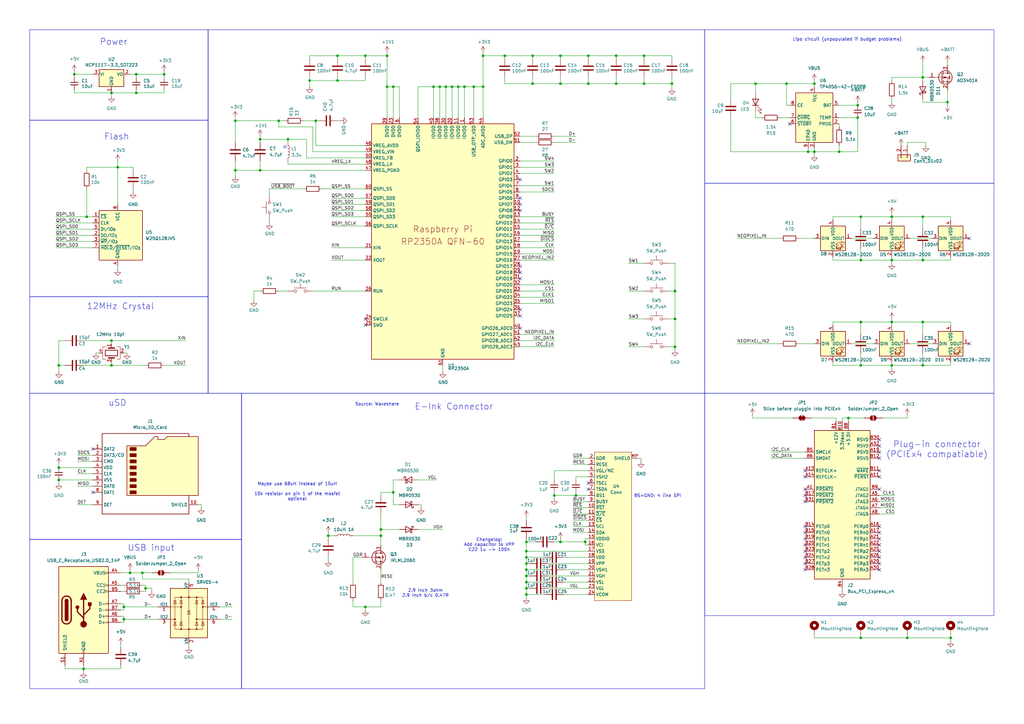
<source format=kicad_sch>
(kicad_sch (version 20250114) (generator "eeschema") (generator_version "9.0")
  (paper "A3")
  (title_block (title "Ink screen badge for Undercity") (date "2025-06-21") (rev "v1.0") (company "Acon (design) & Bunnyguy (art) & Cyao (hardware)"))
  (rectangle (start 12.192 12.192) (end 85.344 49.276))
  (rectangle (start 12.192 221.234) (end 99.06 282.448))
  (rectangle (start 85.344 12.192) (end 289.052 161.29))
  (rectangle (start 12.192 121.666) (end 85.344 161.29))
  (rectangle (start 289.052 75.184) (end 407.67 161.29))
  (circle (center 116.84 60.198) (radius 0.508))
  (rectangle (start 12.192 49.276) (end 85.344 121.666))
  (rectangle (start 99.06 161.29) (end 289.052 282.448))
  (rectangle (start 289.052 12.192) (end 407.67 75.184))
  (rectangle (start 289.052 161.29) (end 407.67 252.476))
  (rectangle (start 12.192 161.29) (end 99.06 221.234))
  (text "USB input" (at 52.324 226.314 0) (effects (font (size 2.54 2.54)) (justify left bottom)))
  (text "Maybe use 68uH instead of 10uH\n\n10k resistor on pin 1 of the mosfet\noptional" (at 121.92 201.676 0) (effects (font (size 1.27 1.27))))
  (text "Plug-in connector\n(PCIEx4 compatiable)" (at 384.302 187.96 0) (effects (font (size 2.54 2.54)) (justify bottom)))
  (text "Changelog:\nAdd capacitor to VPP\nC22 1u -> 100n" (at 200.66 223.52 0) (effects (font (size 1.27 1.27))))
  (text "Lipo circuit (unpopulated if budget problems)" (at 347.472 16.256 0) (effects (font (size 1.27 1.27))))
  (text "Flash" (at 42.672 57.658 0) (effects (font (size 2.54 2.54)) (justify left bottom)))
  (text "2.9 inch 3ohm\n2.9 inch b/c 0.47R" (at 174.498 243.332 0) (effects (font (size 1.27 1.27))))
  (text "BS=GND: 4 line SPI" (at 269.748 203.454 0) (effects (font (size 1.27 1.27))))
  (text "uSD" (at 44.45 166.878 0) (effects (font (size 2.54 2.54)) (justify left bottom)))
  (text "Source: Waveshare" (at 154.686 165.862 0) (effects (font (size 1.27 1.27))))
  (text "12MHz Crystal" (at 35.56 127.254 0) (effects (font (size 2.54 2.54)) (justify left bottom)))
  (text "Power" (at 40.894 18.796 0) (effects (font (size 2.54 2.54)) (justify left bottom)))
  (text "E-Ink Connector" (at 186.182 168.402 0) (effects (font (size 2.54 2.54)) (justify bottom)))
  (junction (at 378.46 149.86))
  (junction (at 241.3 22.86))
  (junction (at 365.76 106.68))
  (junction (at 177.8 35.56))
  (junction (at 264.16 34.29))
  (junction (at 227.33 203.2))
  (junction (at 158.75 35.56))
  (junction (at 378.46 31.75))
  (junction (at 156.21 219.71))
  (junction (at 138.43 33.02))
  (junction (at 372.11 261.62))
  (junction (at 53.34 234.95))
  (junction (at 180.34 35.56))
  (junction (at 45.72 139.7))
  (junction (at 45.72 38.1))
  (junction (at 118.11 57.15))
  (junction (at 276.86 130.81))
  (junction (at 334.01 34.29))
  (junction (at 207.01 22.86))
  (junction (at 215.9 238.76))
  (junction (at 194.31 35.56))
  (junction (at 276.86 119.38))
  (junction (at 309.88 34.29))
  (junction (at 24.13 149.86))
  (junction (at 138.43 22.86))
  (junction (at 347.98 171.45))
  (junction (at 353.06 88.9))
  (junction (at 215.9 233.68))
  (junction (at 50.8 248.92))
  (junction (at 190.5 35.56))
  (junction (at 252.73 34.29))
  (junction (at 229.87 222.25))
  (junction (at 334.01 62.23))
  (junction (at 58.42 234.95))
  (junction (at 365.76 88.9))
  (junction (at 215.9 228.6))
  (junction (at 215.9 226.06))
  (junction (at 275.59 34.29))
  (junction (at 161.29 201.93))
  (junction (at 229.87 34.29))
  (junction (at 50.8 254))
  (junction (at 187.96 35.56))
  (junction (at 34.29 274.32))
  (junction (at 182.88 35.56))
  (junction (at 198.12 22.86))
  (junction (at 96.52 69.85))
  (junction (at 134.62 219.71))
  (junction (at 264.16 22.86))
  (junction (at 241.3 34.29))
  (junction (at 252.73 22.86))
  (junction (at 106.68 57.15))
  (junction (at 215.9 222.25))
  (junction (at 96.52 49.53))
  (junction (at 149.86 22.86))
  (junction (at 378.46 132.08))
  (junction (at 35.56 88.9))
  (junction (at 30.48 30.48))
  (junction (at 331.47 62.23))
  (junction (at 149.86 248.92))
  (junction (at 365.76 149.86))
  (junction (at 353.06 132.08))
  (junction (at 215.9 236.22))
  (junction (at 378.46 88.9))
  (junction (at 365.76 132.08))
  (junction (at 236.22 203.2))
  (junction (at 218.44 22.86))
  (junction (at 344.17 62.23))
  (junction (at 353.06 261.62))
  (junction (at 45.72 149.86))
  (junction (at 351.79 48.26))
  (junction (at 218.44 34.29))
  (junction (at 106.68 69.85))
  (junction (at 198.12 35.56))
  (junction (at 215.9 231.14))
  (junction (at 353.06 149.86))
  (junction (at 156.21 217.17))
  (junction (at 389.89 261.62))
  (junction (at 215.9 241.3))
  (junction (at 129.54 49.53))
  (junction (at 388.62 41.91))
  (junction (at 59.69 241.3))
  (junction (at 240.03 222.25))
  (junction (at 161.29 35.56))
  (junction (at 229.87 22.86))
  (junction (at 114.3 49.53))
  (junction (at 24.13 196.85))
  (junction (at 353.06 106.68))
  (junction (at 378.46 106.68))
  (junction (at 215.9 243.84))
  (junction (at 351.79 43.18))
  (junction (at 24.13 191.77))
  (junction (at 158.75 22.86))
  (junction (at 55.88 30.48))
  (junction (at 276.86 142.24))
  (junction (at 185.42 35.56))
  (junction (at 127 33.02))
  (junction (at 55.88 38.1))
  (junction (at 48.26 68.58))
  (junction (at 322.58 34.29))
  (junction (at 67.31 30.48))
  (no_connect (at 360.68 187.96))
  (no_connect (at 360.68 220.98))
  (no_connect (at 213.36 83.82))
  (no_connect (at 330.2 200.66))
  (no_connect (at 360.68 180.34))
  (no_connect (at 397.51 97.79))
  (no_connect (at 213.36 127))
  (no_connect (at 360.68 218.44))
  (no_connect (at 213.36 86.36))
  (no_connect (at 323.85 50.8))
  (no_connect (at 330.2 220.98))
  (no_connect (at 360.68 200.66))
  (no_connect (at 360.68 228.6))
  (no_connect (at 330.2 223.52))
  (no_connect (at 330.2 228.6))
  (no_connect (at 330.2 195.58))
  (no_connect (at 38.1 184.15))
  (no_connect (at 213.36 129.54))
  (no_connect (at 360.68 226.06))
  (no_connect (at 360.68 193.04))
  (no_connect (at 213.36 73.66))
  (no_connect (at 330.2 233.68))
  (no_connect (at 330.2 218.44))
  (no_connect (at 360.68 185.42))
  (no_connect (at 330.2 226.06))
  (no_connect (at 213.36 109.22))
  (no_connect (at 397.51 140.97))
  (no_connect (at 241.3 198.12))
  (no_connect (at 360.68 182.88))
  (no_connect (at 213.36 134.62))
  (no_connect (at 213.36 111.76))
  (no_connect (at 149.86 133.35))
  (no_connect (at 330.2 231.14))
  (no_connect (at 213.36 114.3))
  (no_connect (at 149.86 130.81))
  (no_connect (at 330.2 203.2))
  (no_connect (at 360.68 233.68))
  (no_connect (at 330.2 193.04))
  (no_connect (at 360.68 231.14))
  (no_connect (at 330.2 215.9))
  (no_connect (at 241.3 200.66))
  (no_connect (at 360.68 223.52))
  (no_connect (at 213.36 81.28))
  (no_connect (at 360.68 195.58))
  (no_connect (at 360.68 215.9))
  (no_connect (at 38.1 201.93))
  (no_connect (at 330.2 205.74))
  (wire (pts (xy 114.3 49.53) (xy 116.84 49.53)))
  (wire (pts (xy 129.54 49.53) (xy 129.54 59.69)))
  (wire (pts (xy 77.47 237.49) (xy 58.42 237.49)))
  (wire (pts (xy 161.29 207.01) (xy 163.83 207.01)))
  (wire (pts (xy 213.36 124.46) (xy 227.33 124.46)))
  (wire (pts (xy 299.72 62.23) (xy 331.47 62.23)))
  (wire (pts (xy 334.01 60.96) (xy 334.01 62.23)))
  (wire (pts (xy 134.62 219.71) (xy 134.62 220.98)))
  (wire (pts (xy 388.62 41.91) (xy 388.62 36.83)))
  (wire (pts (xy 138.43 22.86) (xy 149.86 22.86)))
  (wire (pts (xy 264.16 130.81) (xy 257.81 130.81)))
  (wire (pts (xy 67.31 30.48) (xy 67.31 29.21)))
  (wire (pts (xy 389.89 261.62) (xy 389.89 262.89)))
  (wire (pts (xy 144.78 228.6) (xy 144.78 238.76)))
  (wire (pts (xy 215.9 238.76) (xy 223.52 238.76)))
  (wire (pts (xy 323.85 43.18) (xy 322.58 43.18)))
  (wire (pts (xy 231.14 238.76) (xy 241.3 238.76)))
  (wire (pts (xy 49.53 240.03) (xy 50.8 240.03)))
  (wire (pts (xy 50.8 250.19) (xy 50.8 248.92)))
  (wire (pts (xy 45.72 140.97) (xy 45.72 139.7)))
  (wire (pts (xy 218.44 24.13) (xy 218.44 22.86)))
  (wire (pts (xy 378.46 132.08) (xy 378.46 137.16)))
  (wire (pts (xy 218.44 31.75) (xy 218.44 34.29)))
  (wire (pts (xy 215.9 245.11) (xy 215.9 243.84)))
  (wire (pts (xy 365.76 33.02) (xy 365.76 31.75)))
  (wire (pts (xy 82.55 207.01) (xy 81.28 207.01)))
  (wire (pts (xy 227.33 196.85) (xy 227.33 193.04)))
  (wire (pts (xy 124.46 49.53) (xy 129.54 49.53)))
  (wire (pts (xy 334.01 63.5) (xy 334.01 62.23)))
  (wire (pts (xy 190.5 35.56) (xy 194.31 35.56)))
  (wire (pts (xy 82.55 208.28) (xy 82.55 207.01)))
  (wire (pts (xy 138.43 24.13) (xy 138.43 22.86)))
  (wire (pts (xy 149.86 92.71) (xy 135.89 92.71)))
  (wire (pts (xy 138.43 33.02) (xy 149.86 33.02)))
  (wire (pts (xy 49.53 252.73) (xy 50.8 252.73)))
  (wire (pts (xy 49.53 242.57) (xy 50.8 242.57)))
  (wire (pts (xy 149.86 248.92) (xy 156.21 248.92)))
  (wire (pts (xy 389.89 106.68) (xy 378.46 106.68)))
  (wire (pts (xy 213.36 93.98) (xy 227.33 93.98)))
  (wire (pts (xy 213.36 68.58) (xy 227.33 68.58)))
  (wire (pts (xy 378.46 144.78) (xy 378.46 149.86)))
  (wire (pts (xy 128.27 62.23) (xy 128.27 52.07)))
  (wire (pts (xy 353.06 93.98) (xy 353.06 88.9)))
  (wire (pts (xy 353.06 260.35) (xy 353.06 261.62)))
  (wire (pts (xy 30.48 36.83) (xy 30.48 38.1)))
  (wire (pts (xy 127 31.75) (xy 127 33.02)))
  (wire (pts (xy 327.66 140.97) (xy 334.01 140.97)))
  (wire (pts (xy 30.48 29.21) (xy 30.48 30.48)))
  (wire (pts (xy 320.04 48.26) (xy 323.85 48.26)))
  (wire (pts (xy 299.72 40.64) (xy 299.72 34.29)))
  (wire (pts (xy 55.88 38.1) (xy 67.31 38.1)))
  (wire (pts (xy 213.36 78.74) (xy 227.33 78.74)))
  (wire (pts (xy 227.33 101.6) (xy 213.36 101.6)))
  (wire (pts (xy 95.25 254) (xy 90.17 254)))
  (wire (pts (xy 365.76 132.08) (xy 365.76 133.35)))
  (wire (pts (xy 128.27 62.23) (xy 149.86 62.23)))
  (wire (pts (xy 50.8 254) (xy 50.8 255.27)))
  (wire (pts (xy 213.36 66.04) (xy 227.33 66.04)))
  (wire (pts (xy 229.87 24.13) (xy 229.87 22.86)))
  (wire (pts (xy 110.49 77.47) (xy 110.49 80.01)))
  (wire (pts (xy 50.8 250.19) (xy 49.53 250.19)))
  (wire (pts (xy 149.86 248.92) (xy 149.86 250.19)))
  (wire (pts (xy 49.53 274.32) (xy 49.53 273.05)))
  (wire (pts (xy 215.9 228.6) (xy 223.52 228.6)))
  (wire (pts (xy 144.78 228.6) (xy 148.59 228.6)))
  (wire (pts (xy 158.75 21.59) (xy 158.75 22.86)))
  (wire (pts (xy 379.73 58.42) (xy 372.11 58.42)))
  (wire (pts (xy 207.01 24.13) (xy 207.01 22.86)))
  (wire (pts (xy 45.72 149.86) (xy 59.69 149.86)))
  (wire (pts (xy 213.36 116.84) (xy 227.33 116.84)))
  (wire (pts (xy 207.01 31.75) (xy 207.01 34.29)))
  (wire (pts (xy 227.33 104.14) (xy 213.36 104.14)))
  (wire (pts (xy 96.52 49.53) (xy 96.52 58.42)))
  (wire (pts (xy 365.76 148.59) (xy 365.76 149.86)))
  (wire (pts (xy 215.9 231.14) (xy 215.9 228.6)))
  (wire (pts (xy 24.13 149.86) (xy 24.13 152.4)))
  (wire (pts (xy 67.31 38.1) (xy 67.31 36.83)))
  (wire (pts (xy 215.9 233.68) (xy 215.9 236.22)))
  (wire (pts (xy 334.01 34.29) (xy 322.58 34.29)))
  (wire (pts (xy 334.01 35.56) (xy 334.01 34.29)))
  (wire (pts (xy 378.46 41.91) (xy 388.62 41.91)))
  (wire (pts (xy 182.88 48.26) (xy 182.88 35.56)))
  (wire (pts (xy 38.1 93.98) (xy 22.86 93.98)))
  (wire (pts (xy 227.33 99.06) (xy 213.36 99.06)))
  (wire (pts (xy 234.95 187.96) (xy 241.3 187.96)))
  (wire (pts (xy 345.44 171.45) (xy 345.44 172.72)))
  (wire (pts (xy 342.9 172.72) (xy 342.9 171.45)))
  (wire (pts (xy 171.45 48.26) (xy 171.45 35.56)))
  (wire (pts (xy 373.38 140.97) (xy 382.27 140.97)))
  (wire (pts (xy 45.72 38.1) (xy 45.72 39.37)))
  (wire (pts (xy 227.33 139.7) (xy 213.36 139.7)))
  (wire (pts (xy 38.1 96.52) (xy 22.86 96.52)))
  (wire (pts (xy 22.86 91.44) (xy 38.1 91.44)))
  (wire (pts (xy 316.23 185.42) (xy 330.2 185.42)))
  (wire (pts (xy 81.28 233.68) (xy 81.28 234.95)))
  (wire (pts (xy 48.26 66.04) (xy 48.26 68.58)))
  (wire (pts (xy 276.86 119.38) (xy 274.32 119.38)))
  (wire (pts (xy 24.13 139.7) (xy 24.13 149.86)))
  (wire (pts (xy 341.63 106.68) (xy 341.63 105.41)))
  (wire (pts (xy 194.31 35.56) (xy 198.12 35.56)))
  (wire (pts (xy 241.3 22.86) (xy 252.73 22.86)))
  (wire (pts (xy 26.67 139.7) (xy 24.13 139.7)))
  (wire (pts (xy 331.47 60.96) (xy 331.47 62.23)))
  (wire (pts (xy 77.47 264.16) (xy 77.47 265.43)))
  (wire (pts (xy 367.03 208.28) (xy 360.68 208.28)))
  (wire (pts (xy 252.73 34.29) (xy 241.3 34.29)))
  (wire (pts (xy 215.9 243.84) (xy 223.52 243.84)))
  (wire (pts (xy 240.03 222.25) (xy 229.87 222.25)))
  (wire (pts (xy 62.23 242.57) (xy 62.23 241.3)))
  (wire (pts (xy 332.74 171.45) (xy 342.9 171.45)))
  (wire (pts (xy 389.89 105.41) (xy 389.89 106.68)))
  (wire (pts (xy 372.11 58.42) (xy 372.11 59.69)))
  (wire (pts (xy 236.22 196.85) (xy 236.22 195.58)))
  (wire (pts (xy 34.29 273.05) (xy 34.29 274.32)))
  (wire (pts (xy 185.42 35.56) (xy 187.96 35.56)))
  (wire (pts (xy 373.38 97.79) (xy 382.27 97.79)))
  (wire (pts (xy 34.29 274.32) (xy 26.67 274.32)))
  (wire (pts (xy 388.62 25.4) (xy 388.62 26.67)))
  (wire (pts (xy 327.66 97.79) (xy 334.01 97.79)))
  (wire (pts (xy 156.21 248.92) (xy 156.21 246.38)))
  (wire (pts (xy 218.44 34.29) (xy 207.01 34.29)))
  (wire (pts (xy 252.73 31.75) (xy 252.73 34.29)))
  (wire (pts (xy 302.26 97.79) (xy 320.04 97.79)))
  (wire (pts (xy 180.34 35.56) (xy 182.88 35.56)))
  (wire (pts (xy 236.22 203.2) (xy 241.3 203.2)))
  (wire (pts (xy 163.83 196.85) (xy 161.29 196.85)))
  (wire (pts (xy 227.33 96.52) (xy 213.36 96.52)))
  (wire (pts (xy 45.72 38.1) (xy 55.88 38.1)))
  (wire (pts (xy 264.16 119.38) (xy 257.81 119.38)))
  (wire (pts (xy 365.76 41.91) (xy 365.76 40.64)))
  (wire (pts (xy 185.42 48.26) (xy 185.42 35.56)))
  (wire (pts (xy 372.11 260.35) (xy 372.11 261.62)))
  (wire (pts (xy 378.46 88.9) (xy 378.46 93.98)))
  (wire (pts (xy 227.33 193.04) (xy 241.3 193.04)))
  (wire (pts (xy 276.86 130.81) (xy 274.32 130.81)))
  (wire (pts (xy 114.3 52.07) (xy 114.3 49.53)))
  (wire (pts (xy 276.86 142.24) (xy 276.86 130.81)))
  (wire (pts (xy 144.78 246.38) (xy 144.78 248.92)))
  (wire (pts (xy 182.88 35.56) (xy 185.42 35.56)))
  (wire (pts (xy 213.36 137.16) (xy 227.33 137.16)))
  (wire (pts (xy 30.48 31.75) (xy 30.48 30.48)))
  (wire (pts (xy 96.52 48.26) (xy 96.52 49.53)))
  (wire (pts (xy 106.68 119.38) (xy 104.14 119.38)))
  (wire (pts (xy 215.9 231.14) (xy 217.17 231.14)))
  (wire (pts (xy 353.06 106.68) (xy 365.76 106.68)))
  (wire (pts (xy 218.44 22.86) (xy 229.87 22.86)))
  (wire (pts (xy 35.56 69.85) (xy 35.56 68.58)))
  (wire (pts (xy 106.68 58.42) (xy 106.68 57.15)))
  (wire (pts (xy 353.06 149.86) (xy 365.76 149.86)))
  (wire (pts (xy 59.69 241.3) (xy 62.23 241.3)))
  (wire (pts (xy 149.86 77.47) (xy 132.08 77.47)))
  (wire (pts (xy 334.01 261.62) (xy 334.01 260.35)))
  (wire (pts (xy 127 24.13) (xy 127 22.86)))
  (wire (pts (xy 389.89 132.08) (xy 389.89 133.35)))
  (wire (pts (xy 309.88 45.72) (xy 309.88 48.26)))
  (wire (pts (xy 156.21 201.93) (xy 161.29 201.93)))
  (wire (pts (xy 96.52 66.04) (xy 96.52 69.85)))
  (wire (pts (xy 264.16 107.95) (xy 257.81 107.95)))
  (wire (pts (xy 224.79 241.3) (xy 241.3 241.3)))
  (wire (pts (xy 171.45 217.17) (xy 181.61 217.17)))
  (wire (pts (xy 231.14 243.84) (xy 241.3 243.84)))
  (wire (pts (xy 241.3 220.98) (xy 240.03 220.98)))
  (wire (pts (xy 24.13 190.5) (xy 24.13 191.77)))
  (wire (pts (xy 149.86 64.77) (xy 125.73 64.77)))
  (wire (pts (xy 344.17 59.69) (xy 344.17 62.23)))
  (wire (pts (xy 234.95 218.44) (xy 241.3 218.44)))
  (wire (pts (xy 31.75 189.23) (xy 38.1 189.23)))
  (wire (pts (xy 35.56 77.47) (xy 35.56 88.9)))
  (wire (pts (xy 48.26 109.22) (xy 48.26 110.49)))
  (wire (pts (xy 213.36 76.2) (xy 227.33 76.2)))
  (wire (pts (xy 124.46 77.47) (xy 110.49 77.47)))
  (wire (pts (xy 96.52 49.53) (xy 114.3 49.53)))
  (wire (pts (xy 367.03 203.2) (xy 360.68 203.2)))
  (wire (pts (xy 134.62 228.6) (xy 134.62 229.87)))
  (wire (pts (xy 55.88 30.48) (xy 67.31 30.48)))
  (wire (pts (xy 31.75 207.01) (xy 38.1 207.01)))
  (wire (pts (xy 158.75 35.56) (xy 158.75 48.26)))
  (wire (pts (xy 215.9 222.25) (xy 219.71 222.25)))
  (wire (pts (xy 35.56 88.9) (xy 38.1 88.9)))
  (wire (pts (xy 198.12 35.56) (xy 198.12 48.26)))
  (wire (pts (xy 344.17 62.23) (xy 334.01 62.23)))
  (wire (pts (xy 240.03 220.98) (xy 240.03 222.25)))
  (wire (pts (xy 106.68 55.88) (xy 106.68 57.15)))
  (wire (pts (xy 67.31 149.86) (xy 76.2 149.86)))
  (wire (pts (xy 34.29 149.86) (xy 45.72 149.86)))
  (wire (pts (xy 96.52 69.85) (xy 96.52 72.39)))
  (wire (pts (xy 351.79 48.26) (xy 351.79 62.23)))
  (wire (pts (xy 26.67 149.86) (xy 24.13 149.86)))
  (wire (pts (xy 34.29 274.32) (xy 49.53 274.32)))
  (wire (pts (xy 276.86 107.95) (xy 274.32 107.95)))
  (wire (pts (xy 378.46 132.08) (xy 389.89 132.08)))
  (wire (pts (xy 365.76 88.9) (xy 378.46 88.9)))
  (wire (pts (xy 31.75 186.69) (xy 38.1 186.69)))
  (wire (pts (xy 48.26 68.58) (xy 48.26 83.82)))
  (wire (pts (xy 240.03 222.25) (xy 240.03 223.52)))
  (wire (pts (xy 353.06 137.16) (xy 353.06 132.08)))
  (wire (pts (xy 49.53 264.16) (xy 49.53 265.43)))
  (wire (pts (xy 38.1 99.06) (xy 22.86 99.06)))
  (wire (pts (xy 127 33.02) (xy 127 35.56)))
  (wire (pts (xy 187.96 35.56) (xy 190.5 35.56)))
  (wire (pts (xy 53.34 30.48) (xy 55.88 30.48)))
  (wire (pts (xy 236.22 201.93) (xy 236.22 203.2)))
  (wire (pts (xy 378.46 31.75) (xy 378.46 33.02)))
  (wire (pts (xy 344.17 48.26) (xy 351.79 48.26)))
  (wire (pts (xy 367.03 205.74) (xy 360.68 205.74)))
  (wire (pts (xy 53.34 234.95) (xy 49.53 234.95)))
  (wire (pts (xy 138.43 31.75) (xy 138.43 33.02)))
  (wire (pts (xy 252.73 22.86) (xy 264.16 22.86)))
  (wire (pts (xy 38.1 101.6) (xy 22.86 101.6)))
  (wire (pts (xy 229.87 222.25) (xy 229.87 220.98)))
  (wire (pts (xy 344.17 50.8) (xy 344.17 52.07)))
  (wire (pts (xy 275.59 31.75) (xy 275.59 34.29)))
  (wire (pts (xy 106.68 69.85) (xy 149.86 69.85)))
  (wire (pts (xy 129.54 59.69) (xy 149.86 59.69)))
  (wire (pts (xy 367.03 210.82) (xy 360.68 210.82)))
  (wire (pts (xy 309.88 34.29) (xy 309.88 38.1)))
  (wire (pts (xy 135.89 101.6) (xy 149.86 101.6)))
  (wire (pts (xy 181.61 149.86) (xy 181.61 152.4)))
  (wire (pts (xy 135.89 86.36) (xy 149.86 86.36)))
  (wire (pts (xy 39.37 144.78) (xy 40.64 144.78)))
  (wire (pts (xy 353.06 132.08) (xy 365.76 132.08)))
  (wire (pts (xy 96.52 69.85) (xy 106.68 69.85)))
  (wire (pts (xy 163.83 35.56) (xy 163.83 48.26)))
  (wire (pts (xy 365.76 31.75) (xy 378.46 31.75)))
  (wire (pts (xy 215.9 243.84) (xy 215.9 241.3)))
  (wire (pts (xy 53.34 234.95) (xy 58.42 234.95)))
  (wire (pts (xy 177.8 48.26) (xy 177.8 35.56)))
  (wire (pts (xy 22.86 88.9) (xy 35.56 88.9)))
  (wire (pts (xy 81.28 234.95) (xy 69.85 234.95)))
  (wire (pts (xy 77.47 237.49) (xy 77.47 238.76)))
  (wire (pts (xy 341.63 88.9) (xy 353.06 88.9)))
  (wire (pts (xy 264.16 142.24) (xy 257.81 142.24)))
  (wire (pts (xy 127 22.86) (xy 138.43 22.86)))
  (wire (pts (xy 125.73 64.77) (xy 125.73 57.15)))
  (wire (pts (xy 58.42 234.95) (xy 62.23 234.95)))
  (wire (pts (xy 234.95 210.82) (xy 241.3 210.82)))
  (wire (pts (xy 389.89 148.59) (xy 389.89 149.86)))
  (wire (pts (xy 54.61 68.58) (xy 48.26 68.58)))
  (wire (pts (xy 264.16 24.13) (xy 264.16 22.86)))
  (wire (pts (xy 135.89 81.28) (xy 149.86 81.28)))
  (wire (pts (xy 379.73 59.69) (xy 379.73 58.42)))
  (wire (pts (xy 353.06 101.6) (xy 353.06 106.68)))
  (wire (pts (xy 198.12 22.86) (xy 198.12 35.56)))
  (wire (pts (xy 378.46 88.9) (xy 389.89 88.9)))
  (wire (pts (xy 215.9 226.06) (xy 215.9 222.25)))
  (wire (pts (xy 276.86 142.24) (xy 276.86 143.51)))
  (wire (pts (xy 227.33 203.2) (xy 236.22 203.2)))
  (wire (pts (xy 241.3 31.75) (xy 241.3 34.29)))
  (wire (pts (xy 241.3 24.13) (xy 241.3 22.86)))
  (wire (pts (xy 38.1 196.85) (xy 24.13 196.85)))
  (wire (pts (xy 135.89 83.82) (xy 149.86 83.82)))
  (wire (pts (xy 308.61 170.18) (xy 308.61 171.45)))
  (wire (pts (xy 58.42 242.57) (xy 59.69 242.57)))
  (wire (pts (xy 351.79 41.91) (xy 351.79 43.18)))
  (wire (pts (xy 135.89 88.9) (xy 149.86 88.9)))
  (wire (pts (xy 252.73 24.13) (xy 252.73 22.86)))
  (wire (pts (xy 24.13 191.77) (xy 38.1 191.77)))
  (wire (pts (xy 261.62 187.96) (xy 262.89 187.96)))
  (wire (pts (xy 341.63 149.86) (xy 341.63 148.59)))
  (wire (pts (xy 45.72 38.1) (xy 30.48 38.1)))
  (wire (pts (xy 378.46 106.68) (xy 365.76 106.68)))
  (wire (pts (xy 262.89 189.23) (xy 262.89 187.96)))
  (wire (pts (xy 114.3 119.38) (xy 118.11 119.38)))
  (wire (pts (xy 110.49 90.17) (xy 110.49 91.44)))
  (wire (pts (xy 264.16 34.29) (xy 252.73 34.29)))
  (wire (pts (xy 54.61 69.85) (xy 54.61 68.58)))
  (wire (pts (xy 95.25 248.92) (xy 90.17 248.92)))
  (wire (pts (xy 139.7 49.53) (xy 138.43 49.53)))
  (wire (pts (xy 227.33 58.42) (xy 236.22 58.42)))
  (wire (pts (xy 161.29 201.93) (xy 161.29 207.01)))
  (wire (pts (xy 378.46 40.64) (xy 378.46 41.91)))
  (wire (pts (xy 156.21 210.82) (xy 156.21 217.17)))
  (wire (pts (xy 149.86 22.86) (xy 158.75 22.86)))
  (wire (pts (xy 234.95 213.36) (xy 241.3 213.36)))
  (wire (pts (xy 215.9 212.09) (xy 215.9 213.36)))
  (wire (pts (xy 229.87 22.86) (xy 241.3 22.86)))
  (wire (pts (xy 156.21 219.71) (xy 156.21 223.52)))
  (wire (pts (xy 241.3 34.29) (xy 229.87 34.29)))
  (wire (pts (xy 353.06 88.9) (xy 365.76 88.9)))
  (wire (pts (xy 213.36 71.12) (xy 227.33 71.12)))
  (wire (pts (xy 334.01 33.02) (xy 334.01 34.29)))
  (wire (pts (xy 34.29 274.32) (xy 34.29 275.59)))
  (wire (pts (xy 198.12 22.86) (xy 207.01 22.86)))
  (wire (pts (xy 118.11 67.31) (xy 149.86 67.31)))
  (wire (pts (xy 106.68 66.04) (xy 106.68 69.85)))
  (wire (pts (xy 223.52 233.68) (xy 215.9 233.68)))
  (wire (pts (xy 234.95 215.9) (xy 241.3 215.9)))
  (wire (pts (xy 215.9 220.98) (xy 215.9 222.25)))
  (wire (pts (xy 351.79 62.23) (xy 344.17 62.23)))
  (wire (pts (xy 55.88 36.83) (xy 55.88 38.1)))
  (wire (pts (xy 227.33 222.25) (xy 229.87 222.25)))
  (wire (pts (xy 215.9 233.68) (xy 215.9 231.14)))
  (wire (pts (xy 144.78 219.71) (xy 156.21 219.71)))
  (wire (pts (xy 229.87 31.75) (xy 229.87 34.29)))
  (wire (pts (xy 365.76 88.9) (xy 365.76 90.17)))
  (wire (pts (xy 134.62 219.71) (xy 137.16 219.71)))
  (wire (pts (xy 158.75 22.86) (xy 158.75 35.56)))
  (wire (pts (xy 240.03 223.52) (xy 241.3 223.52)))
  (wire (pts (xy 215.9 236.22) (xy 215.9 238.76)))
  (wire (pts (xy 227.33 201.93) (xy 227.33 203.2)))
  (wire (pts (xy 341.63 88.9) (xy 341.63 90.17)))
  (wire (pts (xy 161.29 35.56) (xy 163.83 35.56)))
  (wire (pts (xy 31.75 194.31) (xy 38.1 194.31)))
  (wire (pts (xy 389.89 88.9) (xy 389.89 90.17)))
  (wire (pts (xy 372.11 261.62) (xy 353.06 261.62)))
  (wire (pts (xy 299.72 48.26) (xy 299.72 62.23)))
  (wire (pts (xy 50.8 144.78) (xy 52.07 144.78)))
  (wire (pts (xy 50.8 255.27) (xy 49.53 255.27)))
  (wire (pts (xy 215.9 241.3) (xy 217.17 241.3)))
  (wire (pts (xy 128.27 52.07) (xy 114.3 52.07)))
  (wire (pts (xy 180.34 48.26) (xy 180.34 35.56)))
  (wire (pts (xy 231.14 228.6) (xy 241.3 228.6)))
  (wire (pts (xy 59.69 240.03) (xy 59.69 241.3)))
  (wire (pts (xy 227.33 142.24) (xy 213.36 142.24)))
  (wire (pts (xy 365.76 106.68) (xy 365.76 107.95)))
  (wire (pts (xy 227.33 55.88) (xy 236.22 55.88)))
  (wire (pts (xy 365.76 87.63) (xy 365.76 88.9)))
  (wire (pts (xy 378.46 25.4) (xy 378.46 31.75)))
  (wire (pts (xy 299.72 34.29) (xy 309.88 34.29)))
  (wire (pts (xy 276.86 130.81) (xy 276.86 119.38)))
  (wire (pts (xy 365.76 105.41) (xy 365.76 106.68)))
  (wire (pts (xy 64.77 248.92) (xy 50.8 248.92)))
  (wire (pts (xy 344.17 43.18) (xy 351.79 43.18)))
  (wire (pts (xy 58.42 237.49) (xy 58.42 234.95)))
  (wire (pts (xy 194.31 48.26) (xy 194.31 35.56)))
  (wire (pts (xy 341.63 132.08) (xy 341.63 133.35)))
  (wire (pts (xy 389.89 261.62) (xy 372.11 261.62)))
  (wire (pts (xy 378.46 149.86) (xy 365.76 149.86)))
  (wire (pts (xy 50.8 248.92) (xy 50.8 247.65)))
  (wire (pts (xy 172.72 207.01) (xy 172.72 208.28)))
  (wire (pts (xy 26.67 274.32) (xy 26.67 273.05)))
  (wire (pts (xy 264.16 34.29) (xy 275.59 34.29)))
  (wire (pts (xy 275.59 34.29) (xy 275.59 36.195)))
  (wire (pts (xy 215.9 241.3) (xy 215.9 238.76)))
  (wire (pts (xy 213.36 88.9) (xy 227.33 88.9)))
  (wire (pts (xy 156.21 217.17) (xy 163.83 217.17)))
  (wire (pts (xy 118.11 67.31) (xy 118.11 66.04)))
  (wire (pts (xy 389.89 260.35) (xy 389.89 261.62)))
  (wire (pts (xy 347.98 171.45) (xy 347.98 172.72)))
  (wire (pts (xy 58.42 240.03) (xy 59.69 240.03)))
  (wire (pts (xy 353.06 144.78) (xy 353.06 149.86)))
  (wire (pts (xy 341.63 132.08) (xy 353.06 132.08)))
  (wire (pts (xy 365.76 130.81) (xy 365.76 132.08)))
  (wire (pts (xy 234.95 208.28) (xy 241.3 208.28)))
  (wire (pts (xy 224.79 236.22) (xy 241.3 236.22)))
  (wire (pts (xy 161.29 196.85) (xy 161.29 201.93)))
  (wire (pts (xy 341.63 149.86) (xy 353.06 149.86)))
  (wire (pts (xy 372.11 170.18) (xy 372.11 171.45)))
  (wire (pts (xy 264.16 22.86) (xy 275.59 22.86)))
  (wire (pts (xy 345.44 171.45) (xy 347.98 171.45)))
  (wire (pts (xy 31.75 199.39) (xy 38.1 199.39)))
  (wire (pts (xy 322.58 34.29) (xy 309.88 34.29)))
  (wire (pts (xy 388.62 41.91) (xy 388.62 43.18)))
  (wire (pts (xy 365.76 132.08) (xy 378.46 132.08)))
  (wire (pts (xy 177.8 35.56) (xy 180.34 35.56)))
  (wire (pts (xy 187.96 48.26) (xy 187.96 35.56)))
  (wire (pts (xy 347.98 171.45) (xy 354.33 171.45)))
  (wire (pts (xy 389.89 149.86) (xy 378.46 149.86)))
  (wire (pts (xy 118.11 57.15) (xy 118.11 58.42)))
  (wire (pts (xy 156.21 203.2) (xy 156.21 201.93)))
  (wire (pts (xy 144.78 248.92) (xy 149.86 248.92)))
  (wire (pts (xy 302.26 140.97) (xy 320.04 140.97)))
  (wire (pts (xy 215.9 226.06) (xy 215.9 228.6)))
  (wire (pts (xy 312.42 48.26) (xy 309.88 48.26)))
  (wire (pts (xy 241.3 226.06) (xy 215.9 226.06)))
  (wire (pts (xy 156.21 233.68) (xy 156.21 238.76)))
  (wire (pts (xy 149.86 24.13) (xy 149.86 22.86)))
  (wire (pts (xy 213.36 55.88) (xy 219.71 55.88)))
  (wire (pts (xy 55.88 31.75) (xy 55.88 30.48)))
  (wire (pts (xy 231.14 233.68) (xy 241.3 233.68)))
  (wire (pts (xy 229.87 34.29) (xy 218.44 34.29)))
  (wire (pts (xy 127 33.02) (xy 138.43 33.02)))
  (wire (pts (xy 171.45 35.56) (xy 177.8 35.56)))
  (wire (pts (xy 276.86 119.38) (xy 276.86 107.95)))
  (wire (pts (xy 316.23 187.96) (xy 330.2 187.96)))
  (wire (pts (xy 322.58 43.18) (xy 322.58 34.29)))
  (wire (pts (xy 161.29 35.56) (xy 158.75 35.56)))
  (wire (pts (xy 171.45 196.85) (xy 179.07 196.85)))
  (wire (pts (xy 38.1 30.48) (xy 30.48 30.48)))
  (wire (pts (xy 190.5 35.56) (xy 190.5 48.26)))
  (wire (pts (xy 45.72 139.7) (xy 76.2 139.7)))
  (wire (pts (xy 213.36 91.44) (xy 227.33 91.44)))
  (wire (pts (xy 234.95 205.74) (xy 241.3 205.74)))
  (wire (pts (xy 276.86 142.24) (xy 274.32 142.24)))
  (wire (pts (xy 134.62 218.44) (xy 134.62 219.71)))
  (wire (pts (xy 365.76 149.86) (xy 365.76 151.13)))
  (wire (pts (xy 53.34 233.68) (xy 53.34 234.95)))
  (wire (pts (xy 353.06 261.62) (xy 334.01 261.62)))
  (wire (pts (xy 59.69 241.3) (xy 59.69 242.57)))
  (wire (pts (xy 213.36 58.42) (xy 219.71 58.42)))
  (wire (pts (xy 125.73 57.15) (xy 118.11 57.15)))
  (wire (pts (xy 104.14 119.38) (xy 104.14 123.19)))
  (wire (pts (xy 227.33 203.2) (xy 227.33 204.47)))
  (wire (pts (xy 45.72 148.59) (xy 45.72 149.86)))
  (wire (pts (xy 234.95 190.5) (xy 241.3 190.5)))
  (wire (pts (xy 213.36 121.92) (xy 227.33 121.92)))
  (wire (pts (xy 35.56 68.58) (xy 48.26 68.58)))
  (wire (pts (xy 106.68 57.15) (xy 118.11 57.15)))
  (wire (pts (xy 361.95 171.45) (xy 372.11 171.45)))
  (wire (pts (xy 378.46 101.6) (xy 378.46 106.68)))
  (wire (pts (xy 331.47 62.23) (xy 334.01 62.23)))
  (wire (pts (xy 64.77 254) (xy 50.8 254)))
  (wire (pts (xy 50.8 247.65) (xy 49.53 247.65)))
  (wire (pts (xy 341.63 106.68) (xy 353.06 106.68)))
  (wire (pts (xy 349.25 97.79) (xy 358.14 97.79)))
  (wire (pts (xy 198.12 21.59) (xy 198.12 22.86)))
  (wire (pts (xy 213.36 106.68) (xy 227.33 106.68)))
  (wire (pts (xy 207.01 22.86) (xy 218.44 22.86)))
  (wire (pts (xy 149.86 106.68) (xy 135.89 106.68)))
  (wire (pts (xy 378.46 31.75) (xy 381 31.75)))
  (wire (pts (xy 50.8 254) (xy 50.8 252.73)))
  (wire (pts (xy 308.61 171.45) (xy 325.12 171.45)))
  (wire (pts (xy 130.81 49.53) (xy 129.54 49.53)))
  (wire (pts (xy 67.31 31.75) (xy 67.31 30.48)))
  (wire (pts (xy 275.59 24.13) (xy 275.59 22.86)))
  (wire (pts (xy 34.29 139.7) (xy 45.72 139.7)))
  (wire (pts (xy 224.79 231.14) (xy 241.3 231.14)))
  (wire (pts (xy 24.13 196.85) (xy 24.13 198.12)))
  (wire (pts (xy 171.45 207.01) (xy 172.72 207.01)))
  (wire (pts (xy 149.86 33.02) (xy 149.86 31.75)))
  (wire (pts (xy 215.9 236.22) (xy 217.17 236.22)))
  (wire (pts (xy 236.22 195.58) (xy 241.3 195.58)))
  (wire (pts (xy 161.29 48.26) (xy 161.29 35.56)))
  (wire (pts (xy 128.27 119.38) (xy 149.86 119.38)))
  (wire (pts (xy 345.44 241.3) (xy 345.44 242.57)))
  (wire (pts (xy 264.16 31.75) (xy 264.16 34.29)))
  (wire (pts (xy 54.61 77.47) (xy 54.61 78.74)))
  (wire (pts (xy 213.36 119.38) (xy 227.33 119.38)))
  (wire (pts (xy 156.21 217.17) (xy 156.21 219.71)))
  (wire (pts (xy 349.25 140.97) (xy 358.14 140.97)))
  (label "XIN" (at 135.89 101.6 0))
  (label "SW3" (at 257.81 130.81 0))
  (label "D+" (at 236.22 55.88 180))
  (label "I2C_DATA" (at 227.33 139.7 180))
  (label "NEOPIXEL_IN" (at 302.26 97.79 0))
  (label "~{DISCS}" (at 234.95 213.36 0))
  (label "QSPI_SS" (at 22.86 88.9 0))
  (label "VGL" (at 233.68 241.3 0))
  (label "I2C_CLK" (at 227.33 142.24 180))
  (label "~{D{slash}C}" (at 234.95 210.82 0))
  (label "MOSI1" (at 367.03 205.74 180))
  (label "NEOPIXEL_IN2" (at 302.26 140.97 0))
  (label "VGH" (at 181.61 217.17 180))
  (label "SW2" (at 257.81 119.38 0))
  (label "XOUT" (at 135.89 106.68 0))
  (label "GDR" (at 234.95 187.96 0))
  (label "MOSI1" (at 227.33 116.84 180))
  (label "SDCS" (at 31.75 186.69 0))
  (label "DET" (at 31.75 207.01 0))
  (label "D+" (at 95.25 248.92 180))
  (label "QSPI_SD2" (at 22.86 99.06 0))
  (label "CLK1" (at 367.03 203.2 180))
  (label "BUSY" (at 227.33 88.9 180))
  (label "RUN" (at 135.89 119.38 0))
  (label "NEOPIXEL_IN2" (at 227.33 106.68 180))
  (label "QSPI_SD0" (at 135.89 81.28 0))
  (label "SW2" (at 227.33 71.12 180))
  (label "QSPI_SD0" (at 22.86 93.98 0))
  (label "QSPI_SS" (at 135.89 77.47 0))
  (label "SW3" (at 227.33 68.58 180))
  (label "MISO1" (at 367.03 208.28 180))
  (label "~{D{slash}C}" (at 227.33 93.98 180))
  (label "SW1" (at 257.81 107.95 0))
  (label "QSPI_SD3" (at 22.86 101.6 0))
  (label "BUSY" (at 234.95 205.74 0))
  (label "XOUT" (at 76.2 149.86 180))
  (label "MISO1" (at 227.33 124.46 180))
  (label "QSPI_SD2" (at 135.89 86.36 0))
  (label "MISO" (at 227.33 96.52 180))
  (label "VGH" (at 233.68 236.22 0))
  (label "RESE" (at 156.21 237.49 0))
  (label "CLK" (at 31.75 194.31 0))
  (label "I2C_CLK" (at 316.23 185.42 0))
  (label "D-" (at 236.22 58.42 180))
  (label "CS1" (at 227.33 119.38 180))
  (label "~{USB_BOOT}" (at 111.125 77.47 0))
  (label "XIN" (at 76.2 139.7 180))
  (label "SW4" (at 257.81 142.24 0))
  (label "SDCS" (at 227.33 78.74 180))
  (label "SW4" (at 227.33 66.04 180))
  (label "GDR" (at 144.78 228.6 0))
  (label "CLK" (at 234.95 215.9 0))
  (label "CS1" (at 367.03 210.82 180))
  (label "MOSI" (at 234.95 218.44 0))
  (label "QSPI_SD1" (at 135.89 83.82 0))
  (label "QSPI_SCLK" (at 135.89 92.71 0))
  (label "QSPI_SCLK" (at 22.86 91.44 0))
  (label "I2C_DATA" (at 316.23 187.96 0))
  (label "SW1" (at 227.33 76.2 180))
  (label "RESE" (at 234.95 190.5 0))
  (label "D-" (at 62.23 248.92 180))
  (label "VGL" (at 179.07 196.85 180))
  (label "~{RES}" (at 234.95 208.28 0))
  (label "MOSI" (at 227.33 104.14 180))
  (label "~{DISCS}" (at 227.33 99.06 180))
  (label "MOSI" (at 31.75 189.23 0))
  (label "QSPI_SD1" (at 22.86 96.52 0))
  (label "VREG_LX" (at 135.89 67.31 0))
  (label "~{RES}" (at 227.33 91.44 180))
  (label "D+" (at 62.23 254 180))
  (label "NEOPIXEL_IN" (at 227.33 137.16 180))
  (label "CLK1" (at 227.33 121.92 180))
  (label "D-" (at 95.25 254 180))
  (label "CLK" (at 227.33 101.6 180))
  (label "MISO" (at 31.75 199.39 0))
  (label "QSPI_SD3" (at 135.89 88.9 0))
  (symbol (lib_id "power:+3V3") (at 48.26 66.04 0) (unit 1)
    (property "Reference" "#PWR04" (effects (hide yes)))
    (property "Value" "+3V3" (at 48.641 61.6458 0))
  )
  (symbol (lib_id "Device:R") (at 35.56 73.66 0) (unit 1)
    (property "Reference" "R1" (at 37.338 72.4916 0) (effects (justify left)))
    (property "Value" "10k" (at 37.338 74.803 0) (effects (justify left)))
    (property "Footprint" "Resistor_SMD:R_0402_1005Metric" (effects (hide yes)))
    (property "LCSC Part #" "C25744 " (effects (hide yes)))
  )
  (symbol (lib_id "Device:C") (at 54.61 73.66 0) (unit 1)
    (property "Reference" "C2" (at 57.531 72.4916 0) (effects (justify left)))
    (property "Value" "100nF" (at 57.531 74.803 0) (effects (justify left)))
    (property "Footprint" "Capacitor_SMD:C_0402_1005Metric" (effects (hide yes)))
    (property "LCSC Part #" "C1525" (effects (hide yes)))
  )
  (symbol (lib_id "power:GND") (at 181.61 152.4 0) (unit 1)
    (property "Reference" "#PWR021" (effects (hide yes)))
    (property "Value" "GND" (at 181.737 156.7942 0))
  )
  (symbol (lib_id "Device:R") (at 223.52 55.88 270) (unit 1)
    (property "Reference" "R7" (at 223.52 50.6222 90))
    (property "Value" "27" (at 223.52 52.9336 90))
    (property "Footprint" "Resistor_SMD:R_0402_1005Metric" (effects (hide yes)))
    (property "LCSC Part #" "C25105" (effects (hide yes)))
  )
  (symbol (lib_id "Device:R") (at 223.52 58.42 270) (mirror x) (unit 1)
    (property "Reference" "R8" (at 223.52 63.6778 90))
    (property "Value" "27" (at 223.52 61.3664 90))
    (property "Footprint" "Resistor_SMD:R_0402_1005Metric" (effects (hide yes)))
    (property "LCSC Part #" "C25105" (effects (hide yes)))
  )
  (symbol (lib_id "power:+3V3") (at 198.12 21.59 0) (unit 1)
    (property "Reference" "#PWR022" (effects (hide yes)))
    (property "Value" "+3V3" (at 198.501 17.1958 0))
  )
  (symbol (lib_id "Device:C") (at 207.01 27.94 0) (unit 1)
    (property "Reference" "C12" (at 209.931 26.7716 0) (effects (justify left)))
    (property "Value" "100nF" (at 209.931 29.083 0) (effects (justify left)))
    (property "Footprint" "Capacitor_SMD:C_0402_1005Metric" (effects (hide yes)))
    (property "LCSC Part #" "C1525" (effects (hide yes)))
  )
  (symbol (lib_id "Device:C") (at 218.44 27.94 0) (unit 1)
    (property "Reference" "C13" (at 221.361 26.7716 0) (effects (justify left)))
    (property "Value" "100nF" (at 221.361 29.083 0) (effects (justify left)))
    (property "Footprint" "Capacitor_SMD:C_0402_1005Metric" (effects (hide yes)))
    (property "LCSC Part #" "C1525" (effects (hide yes)))
  )
  (symbol (lib_id "Device:C") (at 229.87 27.94 0) (unit 1)
    (property "Reference" "C14" (at 232.791 26.7716 0) (effects (justify left)))
    (property "Value" "100nF" (at 232.791 29.083 0) (effects (justify left)))
    (property "Footprint" "Capacitor_SMD:C_0402_1005Metric" (effects (hide yes)))
    (property "LCSC Part #" "C1525" (effects (hide yes)))
  )
  (symbol (lib_id "Device:C") (at 241.3 27.94 0) (unit 1)
    (property "Reference" "C15" (at 244.221 26.7716 0) (effects (justify left)))
    (property "Value" "100nF" (at 244.221 29.083 0) (effects (justify left)))
    (property "Footprint" "Capacitor_SMD:C_0402_1005Metric" (effects (hide yes)))
    (property "LCSC Part #" "C1525" (effects (hide yes)))
  )
  (symbol (lib_id "Device:C") (at 252.73 27.94 0) (unit 1)
    (property "Reference" "C16" (at 255.651 26.7716 0) (effects (justify left)))
    (property "Value" "100nF" (at 255.651 29.083 0) (effects (justify left)))
    (property "Footprint" "Capacitor_SMD:C_0402_1005Metric" (effects (hide yes)))
    (property "LCSC Part #" "C1525" (effects (hide yes)))
  )
  (symbol (lib_id "Device:C") (at 264.16 27.94 0) (unit 1)
    (property "Reference" "C17" (at 267.081 26.7716 0) (effects (justify left)))
    (property "Value" "100nF" (at 267.081 29.083 0) (effects (justify left)))
    (property "Footprint" "Capacitor_SMD:C_0402_1005Metric" (effects (hide yes)))
    (property "LCSC Part #" "C1525" (effects (hide yes)))
  )
  (symbol (lib_id "Regulator_Linear:NCP1117-3.3_SOT223") (at 45.72 30.48 0) (unit 1)
    (property "Reference" "U2" (at 45.72 24.3332 0))
    (property "Value" "NCP1117-3.3_SOT223" (at 45.72 26.6446 0))
    (property "Footprint" "Package_TO_SOT_SMD:SOT-223-3_TabPin2" (effects (hide yes)))
    (property "Datasheet" "http://www.onsemi.com/pub_link/Collateral/NCP1117-D.PDF" (effects (hide yes)))
    (property "LCSC Part #" "C6186" (effects (hide yes)))
  )
  (symbol (lib_id "power:+3V3") (at 67.31 29.21 0) (unit 1)
    (property "Reference" "#PWR010" (effects (hide yes)))
    (property "Value" "+3V3" (at 67.691 24.8158 0))
  )
  (symbol (lib_id "Device:C_Small") (at 30.48 34.29 0) (unit 1)
    (property "Reference" "C1" (at 33.401 33.1216 0) (effects (justify left)))
    (property "Value" "10uF" (at 33.401 35.433 0) (effects (justify left)))
    (property "Footprint" "Capacitor_SMD:C_0603_1608Metric" (effects (hide yes)))
    (property "Description" "Unpolarized capacitor, small symbol" (effects (hide yes)))
    (property "LCSC Part #" "C19702" (effects (hide yes)))
  )
  (symbol (lib_id "Device:C_Small") (at 55.88 34.29 0) (unit 1)
    (property "Reference" "C5" (at 58.801 33.1216 0) (effects (justify left)))
    (property "Value" "10uF" (at 58.801 35.433 0) (effects (justify left)))
    (property "Footprint" "Capacitor_SMD:C_0603_1608Metric" (effects (hide yes)))
    (property "Description" "Unpolarized capacitor, small symbol" (effects (hide yes)))
    (property "LCSC Part #" "C19702" (effects (hide yes)))
  )
  (symbol (lib_id "Device:C_Small") (at 67.31 34.29 0) (unit 1)
    (property "Reference" "C19" (at 70.231 33.1216 0) (effects (justify left)))
    (property "Value" "10uF" (at 70.231 35.433 0) (effects (justify left)))
    (property "Footprint" "Capacitor_SMD:C_0603_1608Metric" (effects (hide yes)))
    (property "Description" "Unpolarized capacitor, small symbol" (effects (hide yes)))
    (property "LCSC Part #" "C19702" (effects (hide yes)))
  )
  (symbol (lib_id "Device:C") (at 378.46 97.79 0) (unit 1)
    (property "Reference" "C32" (at 378.968 95.504 0) (effects (justify left)))
    (property "Value" "100nF" (at 378.968 100.33 0) (effects (justify left)))
    (property "Footprint" "Capacitor_SMD:C_0402_1005Metric" (effects (hide yes)))
    (property "Description" "Unpolarized capacitor" (effects (hide yes)))
    (property "LCSC Part #" "C1525" (effects (hide yes)))
  )
  (symbol (lib_id "Mechanical:MountingHole_Pad") (at 389.89 257.81 0) (unit 1) (in_bom no)
    (property "Reference" "H4" (at 392.43 255.2699 0) (effects (justify left)))
    (property "Value" "MountingHole" (at 392.43 257.8099 0) (effects (justify left)))
    (property "Footprint" "MountingHole:MountingHole_2.2mm_M2_Pad_Via" (effects (hide yes)))
    (property "Description" "Mounting Hole with connection" (effects (hide yes)))
  )
  (symbol (lib_id "Battery_Management:TP4056-42-ESOP8") (at 334.01 48.26 0) (unit 1)
    (property "Reference" "U6" (at 336.1533 33.02 0) (effects (justify left)))
    (property "Value" "TP4056-42-ESOP8" (at 336.1533 35.56 0) (effects (justify left)))
    (property "Footprint" "inkbadge:SOP-8_3.9x4.9mm_P1.27mm-TP" (effects (hide yes)))
    (property "Datasheet" "https://www.lcsc.com/datasheet/lcsc_datasheet_2410121619_TOPPOWER-Nanjing-Extension-Microelectronics-TP4056-42-ESOP8_C16581.pdf" (effects (hide yes)))
    (property "Description" "1A Standalone Linear Li-ion/LiPo single-cell battery charger, 4.2V ±1% charge voltage, VCC = 4.0..8.0V, SOIC-8 (SOP-8)" (effects (hide yes)))
    (property "LCSC Part #" "C16581" (effects (hide yes)))
  )
  (symbol (lib_id "Jumper:SolderJumper_2_Open") (at 358.14 171.45 0) (unit 1) (in_bom no)
    (property "Reference" "JP2" (at 358.14 165.1 0))
    (property "Value" "SolderJumper_2_Open" (at 358.14 167.64 0))
    (property "Footprint" "Jumper:SolderJumper-2_P1.3mm_Open_RoundedPad1.0x1.5mm" (effects (hide yes)))
    (property "Description" "Solder Jumper, 2-pole, open" (effects (hide yes)))
  )
  (symbol (lib_id "Device:C") (at 353.06 97.79 0) (unit 1)
    (property "Reference" "C33" (at 353.568 95.504 0) (effects (justify left)))
    (property "Value" "100nF" (at 353.568 100.33 0) (effects (justify left)))
    (property "Footprint" "Capacitor_SMD:C_0402_1005Metric" (effects (hide yes)))
    (property "Description" "Unpolarized capacitor" (effects (hide yes)))
    (property "LCSC Part #" "C1525" (effects (hide yes)))
  )
  (symbol (lib_id "power:GND") (at 139.7 49.53 90) (unit 1)
    (property "Reference" "#PWR041" (effects (hide yes)))
    (property "Value" "GND" (at 140.97 53.34 0))
  )
  (symbol (lib_id "power:+3V3") (at 96.52 48.26 0) (unit 1)
    (property "Reference" "#PWR013" (effects (hide yes)))
    (property "Value" "+3V3" (at 96.901 43.8658 0))
  )
  (symbol (lib_name "GND_7") (lib_id "power:GND") (at 45.72 39.37 0) (unit 1)
    (property "Reference" "#PWR03" (effects (hide yes)))
    (property "Value" "GND" (at 45.72 44.45 0))
    (property "Description" "Power symbol creates a global label with name \"GND\" , ground" (effects (hide yes)))
  )
  (symbol (lib_id "Mechanical:MountingHole_Pad") (at 353.06 257.81 0) (unit 1) (in_bom no)
    (property "Reference" "H2" (at 355.6 255.2699 0) (effects (justify left)))
    (property "Value" "MountingHole" (at 355.6 257.8099 0) (effects (justify left)))
    (property "Footprint" "MountingHole:MountingHole_2.2mm_M2_Pad_Via" (effects (hide yes)))
    (property "Description" "Mounting Hole with connection" (effects (hide yes)))
  )
  (symbol (lib_id "Device:C") (at 149.86 27.94 0) (unit 1)
    (property "Reference" "C11" (at 152.781 26.7716 0) (effects (justify left)))
    (property "Value" "100nF" (at 152.781 29.083 0) (effects (justify left)))
    (property "Footprint" "Capacitor_SMD:C_0402_1005Metric" (effects (hide yes)))
    (property "LCSC Part #" "C1525" (effects (hide yes)))
  )
  (symbol (lib_name "+3V3_1") (lib_id "power:+3V3") (at 229.87 220.98 0) (unit 1)
    (property "Reference" "#PWR026" (effects (hide yes)))
    (property "Value" "+3V3" (at 229.87 215.9 0))
    (property "Description" "Power symbol creates a global label with name \"+3V3\"" (effects (hide yes)))
  )
  (symbol (lib_id "Device:R") (at 144.78 242.57 180) (unit 1)
    (property "Reference" "R13" (at 140.97 241.3 0))
    (property "Value" "10k" (at 140.97 243.6114 0))
    (property "Footprint" "Resistor_SMD:R_0402_1005Metric" (effects (hide yes)))
    (property "LCSC Part #" "C25744 " (effects (hide yes)))
  )
  (symbol (lib_id "power:+5V") (at 49.53 264.16 0) (unit 1)
    (property "Reference" "#PWR011" (effects (hide yes)))
    (property "Value" "+5V" (at 49.53 259.08 0))
    (property "Description" "Power symbol creates a global label with name \"+5V\"" (effects (hide yes)))
  )
  (symbol (lib_id "Diode:MBR0530") (at 378.46 36.83 90) (unit 1)
    (property "Reference" "D11" (at 384.81 37.1475 0))
    (property "Value" "MBR0530" (at 382.27 37.1475 0))
    (property "Footprint" "Diode_SMD:D_SOD-123" (effects (hide yes)))
    (property "Datasheet" "http://www.mccsemi.com/up_pdf/MBR0520~MBR0580(SOD123).pdf" (effects (hide yes)))
    (property "Description" "30V 0.5A Schottky Power Rectifier Diode, SOD-123" (effects (hide yes)))
    (property "LCSC Part #" "C5204746" (effects (hide yes)))
  )
  (symbol (lib_id "Device:R") (at 110.49 119.38 270) (unit 1)
    (property "Reference" "R4" (at 110.49 114.1222 90))
    (property "Value" "1k" (at 110.49 116.4336 90))
    (property "Footprint" "Resistor_SMD:R_0402_1005Metric" (effects (hide yes)))
    (property "LCSC Part #" "C11702" (effects (hide yes)))
  )
  (symbol (lib_id "power:GND") (at 110.49 91.44 0) (unit 1)
    (property "Reference" "#PWR017" (effects (hide yes)))
    (property "Value" "GND" (at 110.617 95.8342 0))
  )
  (symbol (lib_id "Device:R") (at 323.85 140.97 90) (unit 1)
    (property "Reference" "R15" (at 323.85 134.62 90))
    (property "Value" "470" (at 323.85 137.16 90))
    (property "Footprint" "Resistor_SMD:R_0402_1005Metric" (effects (hide yes)))
    (property "Description" "Resistor" (effects (hide yes)))
    (property "LCSC Part #" "C25117" (effects (hide yes)))
  )
  (symbol (lib_id "Device:C") (at 220.98 241.3 270) (mirror x) (unit 1)
    (property "Reference" "C26" (at 222.25 240.03 90) (effects (justify left)))
    (property "Value" "1uF" (at 216.154 240.03 90) (effects (justify left)))
    (property "Footprint" "Capacitor_SMD:C_0402_1005Metric" (effects (hide yes)))
    (property "LCSC Part #" "C52923" (effects (hide yes)))
  )
  (symbol (lib_id "Device:C") (at 275.59 27.94 0) (unit 1)
    (property "Reference" "C18" (at 278.511 26.7716 0) (effects (justify left)))
    (property "Value" "100nF" (at 278.511 29.083 0) (effects (justify left)))
    (property "Footprint" "Capacitor_SMD:C_0402_1005Metric" (effects (hide yes)))
    (property "LCSC Part #" "C1525" (effects (hide yes)))
  )
  (symbol (lib_id "Device:R") (at 54.61 242.57 90) (mirror x) (unit 1)
    (property "Reference" "R5" (at 52.832 244.856 90) (effects (justify right)))
    (property "Value" "5.1k" (at 52.832 242.5446 90) (effects (justify right)))
    (property "Footprint" "Resistor_SMD:R_0402_1005Metric" (effects (hide yes)))
    (property "LCSC Part #" "C25905 " (effects (hide yes)))
  )
  (symbol (lib_id "power:+5V") (at 365.76 87.63 0) (unit 1)
    (property "Reference" "#PWR036" (effects (hide yes)))
    (property "Value" "+5V" (at 365.76 82.55 0))
    (property "Description" "Power symbol creates a global label with name \"+5V\"" (effects (hide yes)))
  )
  (symbol (lib_id "Device:C_Small") (at 227.33 199.39 0) (unit 1)
    (property "Reference" "C20" (at 224.79 198.1262 0) (effects (justify right)))
    (property "Value" "1uF" (at 224.79 200.6662 0) (effects (justify right)))
    (property "Footprint" "Capacitor_SMD:C_0402_1005Metric" (effects (hide yes)))
    (property "Description" "Unpolarized capacitor, small symbol" (effects (hide yes)))
    (property "LCSC Part #" "C52923" (effects (hide yes)))
  )
  (symbol (lib_id "LED:WS2812B-2020") (at 341.63 97.79 0) (unit 1)
    (property "Reference" "D8" (at 337.82 104.14 0))
    (property "Value" "WS2812B-2020" (at 350.012 104.394 0))
    (property "Footprint" "LED_SMD:LED_WS2812B-2020_PLCC4_2.0x2.0mm" (effects (hide yes)))
    (property "Datasheet" "https://cdn-shop.adafruit.com/product-files/4684/4684_WS2812B-2020_V1.3_EN.pdf" (effects (hide yes)))
    (property "Description" "RGB LED with integrated controller, 2.0 x 2.0 mm, 12 mA" (effects (hide yes)))
    (property "LCSC Part #" "C5349955" (effects (hide yes)))
  )
  (symbol (lib_id "power:GND") (at 24.13 152.4 0) (unit 1)
    (property "Reference" "#PWR07" (effects (hide yes)))
    (property "Value" "GND" (at 24.257 156.7942 0))
  )
  (symbol (lib_id "Device:C") (at 134.62 224.79 0) (mirror y) (unit 1)
    (property "Reference" "C29" (at 131.699 223.6216 0) (effects (justify left)))
    (property "Value" "4.7uF" (at 131.699 225.933 0) (effects (justify left)))
    (property "Footprint" "Capacitor_SMD:C_0603_1608Metric" (effects (hide yes)))
    (property "LCSC Part #" "C69335" (effects (hide yes)))
  )
  (symbol (lib_id "Switch:SW_Push") (at 123.19 119.38 0) (unit 1)
    (property "Reference" "SW2" (at 123.19 112.7592 0))
    (property "Value" "SW_Push" (at 123.19 115.2961 0))
    (property "Footprint" "inkbadge:SW_Push_SPST_TSA016" (effects (hide yes)))
    (property "LCSC Part #" "C2888430" (effects (hide yes)))
  )
  (symbol (lib_id "Jumper:SolderJumper_2_Open") (at 66.04 234.95 0) (unit 1) (in_bom no)
    (property "Reference" "JP3" (at 66.04 228.6 0))
    (property "Value" "SolderJumper_2_Open" (at 66.04 231.14 0))
    (property "Footprint" "Jumper:SolderJumper-2_P1.3mm_Open_RoundedPad1.0x1.5mm" (effects (hide yes)))
    (property "Description" "Solder Jumper, 2-pole, open" (effects (hide yes)))
  )
  (symbol (lib_id "Device:R") (at 128.27 77.47 270) (unit 1)
    (property "Reference" "R6" (at 128.27 72.2122 90))
    (property "Value" "1k" (at 128.27 74.5236 90))
    (property "Footprint" "Resistor_SMD:R_0402_1005Metric" (effects (hide yes)))
    (property "LCSC Part #" "C11702" (effects (hide yes)))
  )
  (symbol (lib_id "Switch:SW_Push") (at 269.24 142.24 0) (unit 1)
    (property "Reference" "SW6" (at 269.24 134.62 0))
    (property "Value" "SW_Push" (at 269.24 137.16 0))
    (property "Footprint" "inkbadge:SW_Push_SPST_TSA016" (effects (hide yes)))
    (property "LCSC Part #" "C2888430" (effects (hide yes)))
  )
  (symbol (lib_id "power:VBUS") (at 378.46 25.4 0) (unit 1)
    (property "Reference" "#PWR044" (effects (hide yes)))
    (property "Value" "VBUS" (at 378.46 20.32 0))
    (property "Description" "Power symbol creates a global label with name \"VBUS\"" (effects (hide yes)))
  )
  (symbol (lib_name "GND_2") (lib_id "power:GND") (at 149.86 250.19 0) (unit 1)
    (property "Reference" "#PWR035" (effects (hide yes)))
    (property "Value" "GND" (at 149.86 255.27 0))
    (property "Description" "Power symbol creates a global label with name \"GND\" , ground" (effects (hide yes)))
  )
  (symbol (lib_id "power:+5V") (at 30.48 29.21 0) (unit 1)
    (property "Reference" "#PWR01" (effects (hide yes)))
    (property "Value" "+5V" (at 30.48 24.13 0))
    (property "Description" "Power symbol creates a global label with name \"+5V\"" (effects (hide yes)))
  )
  (symbol (lib_name "GND_2") (lib_id "power:GND") (at 134.62 229.87 0) (unit 1)
    (property "Reference" "#PWR034" (effects (hide yes)))
    (property "Value" "GND" (at 134.62 234.95 0))
    (property "Description" "Power symbol creates a global label with name \"GND\" , ground" (effects (hide yes)))
  )
  (symbol (lib_id "Device:C") (at 353.06 140.97 0) (unit 1)
    (property "Reference" "C34" (at 353.568 138.684 0) (effects (justify left)))
    (property "Value" "100nF" (at 353.568 143.51 0) (effects (justify left)))
    (property "Footprint" "Capacitor_SMD:C_0402_1005Metric" (effects (hide yes)))
    (property "Description" "Unpolarized capacitor" (effects (hide yes)))
    (property "LCSC Part #" "C1525" (effects (hide yes)))
  )
  (symbol (lib_name "GND_6") (lib_id "power:GND") (at 276.86 143.51 0) (mirror y) (unit 1)
    (property "Reference" "#PWR042" (effects (hide yes)))
    (property "Value" "GND" (at 276.86 148.59 0))
    (property "Description" "Power symbol creates a global label with name \"GND\" , ground" (effects (hide yes)))
  )
  (symbol (lib_id "Device:R") (at 156.21 242.57 0) (unit 1)
    (property "Reference" "R12" (at 160.02 241.554 0))
    (property "Value" "0.47" (at 160.02 244.094 0))
    (property "Footprint" "Resistor_SMD:R_0402_1005Metric" (effects (hide yes)))
    (property "LCSC Part #" "C3017627" (effects (hide yes)))
  )
  (symbol (lib_id "Device:LED") (at 309.88 41.91 90) (unit 1)
    (property "Reference" "D4" (at 307.34 42.2274 90) (effects (justify left)))
    (property "Value" "LED" (at 307.34 44.7674 90) (effects (justify left)))
    (property "Footprint" "LED_SMD:LED_0603_1608Metric" (effects (hide yes)))
    (property "Description" "Light emitting diode" (effects (hide yes)))
    (property "Sim.Pins" "1=K 2=A" (effects (hide yes)))
    (property "LCSC Part #" "C2286" (effects (hide yes)))
  )
  (symbol (lib_id "Device:C") (at 49.53 269.24 0) (unit 1)
    (property "Reference" "C39" (at 52.451 268.4053 0) (effects (justify left)))
    (property "Value" "4.7uF" (at 52.451 270.9422 0) (effects (justify left)))
    (property "Footprint" "Capacitor_SMD:C_0603_1608Metric" (effects (hide yes)))
    (property "LCSC Part #" "C69335" (effects (hide yes)))
  )
  (symbol (lib_id "power:+5V") (at 81.28 233.68 0) (unit 1)
    (property "Reference" "#PWR02" (effects (hide yes)))
    (property "Value" "+5V" (at 81.28 228.6 0))
    (property "Description" "Power symbol creates a global label with name \"+5V\"" (effects (hide yes)))
  )
  (symbol (lib_id "Device:C") (at 96.52 62.23 0) (unit 1)
    (property "Reference" "C6" (at 99.441 61.3953 0) (effects (justify left)))
    (property "Value" "4.7uF" (at 99.441 63.9322 0) (effects (justify left)))
    (property "Footprint" "Capacitor_SMD:C_0402_1005Metric" (effects (hide yes)))
    (property "LCSC Part #" "C23733" (effects (hide yes)))
  )
  (symbol (lib_name "GND_4") (lib_id "power:GND") (at 82.55 208.28 0) (unit 1)
    (property "Reference" "#PWR028" (effects (hide yes)))
    (property "Value" "GND" (at 82.55 213.36 0))
    (property "Description" "Power symbol creates a global label with name \"GND\" , ground" (effects (hide yes)))
  )
  (symbol (lib_id "Device:C_Small") (at 24.13 194.31 0) (mirror y) (unit 1)
    (property "Reference" "C36" (at 21.209 193.1416 0) (effects (justify left)))
    (property "Value" "100nF" (at 21.209 195.453 0) (effects (justify left)))
    (property "Footprint" "Capacitor_SMD:C_0402_1005Metric" (effects (hide yes)))
    (property "Description" "Unpolarized capacitor, small symbol" (effects (hide yes)))
    (property "LCSC Part #" "C1525" (effects (hide yes)))
  )
  (symbol (lib_id "power:GND") (at 52.07 144.78 0) (unit 1)
    (property "Reference" "#PWR012" (effects (hide yes)))
    (property "Value" "GND" (at 52.07 148.59 0))
  )
  (symbol (lib_id "LED:WS2812B-2020") (at 389.89 140.97 0) (unit 1)
    (property "Reference" "D10" (at 385.318 147.574 0))
    (property "Value" "WS2812B-2020" (at 398.526 147.574 0))
    (property "Footprint" "LED_SMD:LED_WS2812B-2020_PLCC4_2.0x2.0mm" (effects (hide yes)))
    (property "Datasheet" "https://cdn-shop.adafruit.com/product-files/4684/4684_WS2812B-2020_V1.3_EN.pdf" (effects (hide yes)))
    (property "Description" "RGB LED with integrated controller, 2.0 x 2.0 mm, 12 mA" (effects (hide yes)))
    (property "LCSC Part #" "C5349955" (effects (hide yes)))
  )
  (symbol (lib_id "Power_Protection:SRV05-4") (at 77.47 251.46 0) (unit 1)
    (property "Reference" "U3" (at 80.5881 236.22 0) (effects (justify left)))
    (property "Value" "SRV05-4" (at 80.5881 238.76 0) (effects (justify left)))
    (property "Footprint" "Package_TO_SOT_SMD:SOT-23-6" (effects (hide yes)))
    (property "Datasheet" "http://www.onsemi.com/pub/Collateral/SRV05-4-D.PDF" (effects (hide yes)))
    (property "Description" "ESD Protection Diodes with Low Clamping Voltage, SOT-23-6" (effects (hide yes)))
    (property "LCSC Part #" "C85364" (effects (hide yes)))
  )
  (symbol (lib_id "power:GND") (at 127 35.56 0) (unit 1)
    (property "Reference" "#PWR018" (effects (hide yes)))
    (property "Value" "GND" (at 127.127 39.9542 0))
  )
  (symbol (lib_id "Device:C") (at 30.48 149.86 270) (unit 1)
    (property "Reference" "C4" (at 32.258 151.13 90) (effects (justify left)))
    (property "Value" "15pF" (at 32.258 148.336 90) (effects (justify left)))
    (property "Footprint" "Capacitor_SMD:C_0402_1005Metric" (effects (hide yes)))
    (property "LCSC Part #" "C1548" (effects (hide yes)))
  )
  (symbol (lib_id "Connector:Bus_PCI_Express_x4") (at 345.44 208.28 0) (unit 1) (in_bom no)
    (property "Reference" "J2" (at 347.5833 240.03 0) (effects (justify left)))
    (property "Value" "Bus_PCI_Express_x4" (at 347.5833 242.57 0) (effects (justify left)))
    (property "Footprint" "Connector_PCBEdge:BUS_PCIexpress_x4" (effects (hide yes)))
    (property "Datasheet" "http://www.ritrontek.com/uploadfile/2016/1026/20161026105231124.pdf#page=63" (effects (hide yes)))
    (property "Description" "PCI Express bus connector x4" (effects (hide yes)))
  )
  (symbol (lib_name "GND_9") (lib_id "power:GND") (at 379.73 59.69 0) (unit 1)
    (property "Reference" "#PWR051" (effects (hide yes)))
    (property "Value" "GND" (at 379.73 64.77 0))
    (property "Description" "Power symbol creates a global label with name \"GND\" , ground" (effects (hide yes)))
  )
  (symbol (lib_id "Device:C") (at 106.68 62.23 0) (unit 1)
    (property "Reference" "C7" (at 110.49 60.96 0) (effects (justify left)))
    (property "Value" "4.7uF" (at 110.49 63.5 0) (effects (justify left)))
    (property "Footprint" "Capacitor_SMD:C_0402_1005Metric" (effects (hide yes)))
    (property "LCSC Part #" "C23733" (effects (hide yes)))
  )
  (symbol (lib_name "GND_7") (lib_id "power:GND") (at 54.61 78.74 0) (unit 1)
    (property "Reference" "#PWR05" (effects (hide yes)))
    (property "Value" "GND" (at 54.61 83.82 0))
    (property "Description" "Power symbol creates a global label with name \"GND\" , ground" (effects (hide yes)))
  )
  (symbol (lib_id "Transistor_FET:IRLML2060") (at 153.67 228.6 0) (unit 1)
    (property "Reference" "Q3" (at 160.02 227.3299 0) (effects (justify left)))
    (property "Value" "IRLML2060" (at 160.02 229.8699 0) (effects (justify left)))
    (property "Footprint" "Package_TO_SOT_SMD:SOT-23" (effects (hide yes)))
    (property "Datasheet" "https://www.infineon.com/dgdl/irlml2060pbf.pdf?fileId=5546d462533600a401535664b7fb25ee" (effects (hide yes)))
    (property "Description" "1.2A Id, 60V Vds, 480mOhm Rds, N-Channel HEXFET Power MOSFET, SOT-23" (effects (hide yes)))
    (property "LCSC Part #" "C5122027" (effects (hide yes)))
  )
  (symbol (lib_name "GND_5") (lib_id "power:GND") (at 365.76 107.95 0) (unit 1)
    (property "Reference" "#PWR037" (effects (hide yes)))
    (property "Value" "GND" (at 365.76 113.03 0))
    (property "Description" "Power symbol creates a global label with name \"GND\" , ground" (effects (hide yes)))
  )
  (symbol (lib_id "Device:C") (at 227.33 228.6 270) (mirror x) (unit 1)
    (property "Reference" "C21" (at 228.6 227.33 90) (effects (justify left)))
    (property "Value" "1uF" (at 222.504 227.33 90) (effects (justify left)))
    (property "Footprint" "Capacitor_SMD:C_0402_1005Metric" (effects (hide yes)))
    (property "LCSC Part #" "C52923" (effects (hide yes)))
  )
  (symbol (lib_id "power:+BATT") (at 351.79 41.91 0) (unit 1)
    (property "Reference" "#PWR048" (effects (hide yes)))
    (property "Value" "+BATT" (at 351.79 36.83 0))
    (property "Description" "Power symbol creates a global label with name \"+BATT\"" (effects (hide yes)))
  )
  (symbol (lib_id "inkbadge:EINK-2.9inch") (at 252.73 218.44 0) (unit 1)
    (property "Reference" "U4" (at 252.73 199.39 0))
    (property "Value" "Conn" (at 252.73 201.93 0))
    (property "Footprint" "inkbadge:LCSC_1x24-1MP_P0.5mm_Horizontal" (effects (hide yes)))
    (property "LCSC Part #" "C262567" (effects (hide yes)))
  )
  (symbol (lib_id "power:+5V") (at 308.61 170.18 0) (unit 1)
    (property "Reference" "#PWR025" (effects (hide yes)))
    (property "Value" "+5V" (at 308.61 165.862 0))
    (property "Description" "Power symbol creates a global label with name \"+5V\"" (effects (hide yes)))
  )
  (symbol (lib_id "Device:R") (at 316.23 48.26 90) (mirror x) (unit 1)
    (property "Reference" "R10" (at 316.23 54.61 90))
    (property "Value" "1.5k" (at 316.23 52.07 90))
    (property "Footprint" "Resistor_SMD:R_0402_1005Metric" (effects (hide yes)))
    (property "Description" "Resistor" (effects (hide yes)))
    (property "LCSC Part #" "C25867 " (effects (hide yes)))
  )
  (symbol (lib_id "Device:C") (at 378.46 140.97 0) (unit 1)
    (property "Reference" "C35" (at 378.968 138.684 0) (effects (justify left)))
    (property "Value" "100nF" (at 378.968 143.51 0) (effects (justify left)))
    (property "Footprint" "Capacitor_SMD:C_0402_1005Metric" (effects (hide yes)))
    (property "Description" "Unpolarized capacitor" (effects (hide yes)))
    (property "LCSC Part #" "C1525" (effects (hide yes)))
  )
  (symbol (lib_id "power:+1V1") (at 158.75 21.59 0) (unit 1)
    (property "Reference" "#PWR020" (effects (hide yes)))
    (property "Value" "+1V1" (at 159.131 17.1958 0))
  )
  (symbol (lib_name "GND_2") (lib_id "power:GND") (at 262.89 189.23 0) (unit 1)
    (property "Reference" "#PWR032" (effects (hide yes)))
    (property "Value" "GND" (at 262.89 194.31 0))
    (property "Description" "Power symbol creates a global label with name \"GND\" , ground" (effects (hide yes)))
  )
  (symbol (lib_name "GND_4") (lib_id "power:GND") (at 24.13 198.12 0) (unit 1)
    (property "Reference" "#PWR038" (effects (hide yes)))
    (property "Value" "GND" (at 24.13 203.2 0))
    (property "Description" "Power symbol creates a global label with name \"GND\" , ground" (effects (hide yes)))
  )
  (symbol (lib_name "GND_2") (lib_id "power:GND") (at 345.44 242.57 0) (unit 1)
    (property "Reference" "#PWR027" (effects (hide yes)))
    (property "Value" "GND" (at 345.44 247.65 0))
    (property "Description" "Power symbol creates a global label with name \"GND\" , ground" (effects (hide yes)))
  )
  (symbol (lib_id "Device:C") (at 156.21 207.01 0) (mirror y) (unit 1)
    (property "Reference" "C27" (at 153.289 205.8416 0) (effects (justify left)))
    (property "Value" "4.7uF" (at 153.289 208.153 0) (effects (justify left)))
    (property "Footprint" "Capacitor_SMD:C_0603_1608Metric" (effects (hide yes)))
    (property "LCSC Part #" "C69335" (effects (hide yes)))
  )
  (symbol (lib_id "Device:R") (at 63.5 149.86 270) (unit 1)
    (property "Reference" "R2" (at 63.5 144.6022 90))
    (property "Value" "1k" (at 63.5 146.9136 90))
    (property "Footprint" "Resistor_SMD:R_0402_1005Metric" (effects (hide yes)))
    (property "LCSC Part #" "C11702" (effects (hide yes)))
  )
  (symbol (lib_id "Connector:USB_C_Receptacle_USB2.0_14P") (at 34.29 250.19 0) (unit 1)
    (property "Reference" "J3" (at 34.29 227.33 0))
    (property "Value" "USB_C_Receptacle_USB2.0_14P" (at 34.29 229.87 0))
    (property "Footprint" "Connector_USB:USB_C_Receptacle_GCT_USB4105-xx-A_16P_TopMnt_Horizontal" (effects (hide yes)))
    (property "Datasheet" "https://www.usb.org/sites/default/files/documents/usb_type-c.zip" (effects (hide yes)))
    (property "Description" "USB 2.0-only 14P Type-C Receptacle connector" (effects (hide yes)))
    (property "LCSC Part #" "C2765186" (effects (hide yes)))
  )
  (symbol (lib_name "GND_2") (lib_id "power:GND") (at 227.33 204.47 0) (unit 1)
    (property "Reference" "#PWR024" (effects (hide yes)))
    (property "Value" "GND" (at 227.33 209.55 0))
    (property "Description" "Power symbol creates a global label with name \"GND\" , ground" (effects (hide yes)))
  )
  (symbol (lib_id "Device:C") (at 134.62 49.53 90) (unit 1)
    (property "Reference" "C40" (at 133.35 45.72 0) (effects (justify left)))
    (property "Value" "4.7uF" (at 135.89 45.72 0) (effects (justify left)))
    (property "Footprint" "Capacitor_SMD:C_0402_1005Metric" (effects (hide yes)))
    (property "LCSC Part #" "C23733" (effects (hide yes)))
  )
  (symbol (lib_id "Device:C") (at 299.72 44.45 0) (mirror y) (unit 1)
    (property "Reference" "C9" (at 296.799 43.2816 0) (effects (justify left)))
    (property "Value" "10uF" (at 296.799 45.593 0) (effects (justify left)))
    (property "Footprint" "Capacitor_SMD:C_0603_1608Metric" (effects (hide yes)))
    (property "LCSC Part #" "C19702" (effects (hide yes)))
  )
  (symbol (lib_id "Device:C") (at 215.9 217.17 0) (mirror y) (unit 1)
    (property "Reference" "C38" (at 212.852 215.9 0) (effects (justify left)))
    (property "Value" "1uF" (at 212.598 217.678 0) (effects (justify left)))
    (property "Footprint" "Capacitor_SMD:C_0402_1005Metric" (effects (hide yes)))
    (property "LCSC Part #" "C52923" (effects (hide yes)))
  )
  (symbol (lib_id "Switch:SW_Push") (at 269.24 130.81 0) (unit 1)
    (property "Reference" "SW5" (at 269.24 123.19 0))
    (property "Value" "SW_Push" (at 269.24 125.73 0))
    (property "Footprint" "inkbadge:SW_Push_SPST_TSA016" (effects (hide yes)))
    (property "LCSC Part #" "C2888430" (effects (hide yes)))
  )
  (symbol (lib_id "Device:C") (at 127 27.94 0) (unit 1)
    (property "Reference" "C8" (at 129.921 26.7716 0) (effects (justify left)))
    (property "Value" "100nF" (at 129.921 29.083 0) (effects (justify left)))
    (property "Footprint" "Capacitor_SMD:C_0402_1005Metric" (effects (hide yes)))
    (property "LCSC Part #" "C1525" (effects (hide yes)))
  )
  (symbol (lib_name "+3V3_1") (lib_id "power:+3V3") (at 215.9 212.09 0) (unit 1)
    (property "Reference" "#PWR08" (effects (hide yes)))
    (property "Value" "+3V3" (at 215.9 207.01 0))
    (property "Description" "Power symbol creates a global label with name \"+3V3\"" (effects (hide yes)))
  )
  (symbol (lib_name "GND_1") (lib_id "power:GND") (at 77.47 265.43 0) (unit 1)
    (property "Reference" "#PWR040" (effects (hide yes)))
    (property "Value" "GND" (at 77.47 269.494 0))
    (property "Description" "Power symbol creates a global label with name \"GND\" , ground" (effects (hide yes)))
  )
  (symbol (lib_id "power:+BATT") (at 369.57 59.69 0) (unit 1)
    (property "Reference" "#PWR050" (effects (hide yes)))
    (property "Value" "+BATT" (at 369.57 54.61 0))
    (property "Description" "Power symbol creates a global label with name \"+BATT\"" (effects (hide yes)))
  )
  (symbol (lib_name "GND_8") (lib_id "power:GND") (at 334.01 63.5 0) (unit 1)
    (property "Reference" "#PWR047" (effects (hide yes)))
    (property "Value" "GND" (at 334.01 68.58 0))
    (property "Description" "Power symbol creates a global label with name \"GND\" , ground" (effects (hide yes)))
  )
  (symbol (lib_id "Device:C") (at 220.98 231.14 270) (mirror x) (unit 1)
    (property "Reference" "C37" (at 222.25 229.87 90) (effects (justify left)))
    (property "Value" "1uF" (at 216.154 229.87 90) (effects (justify left)))
    (property "Footprint" "Capacitor_SMD:C_0402_1005Metric" (effects (hide yes)))
    (property "LCSC Part #" "C52923" (effects (hide yes)))
  )
  (symbol (lib_id "Device:R") (at 365.76 36.83 0) (unit 1)
    (property "Reference" "R14" (at 368.3 35.5599 0) (effects (justify left)))
    (property "Value" "1.5k" (at 368.3 38.0999 0) (effects (justify left)))
    (property "Footprint" "Resistor_SMD:R_0402_1005Metric" (effects (hide yes)))
    (property "Description" "Resistor" (effects (hide yes)))
    (property "LCSC Part #" "C25867 " (effects (hide yes)))
  )
  (symbol (lib_name "GND_5") (lib_id "power:GND") (at 365.76 151.13 0) (unit 1)
    (property "Reference" "#PWR053" (effects (hide yes)))
    (property "Value" "GND" (at 365.76 156.21 0))
    (property "Description" "Power symbol creates a global label with name \"GND\" , ground" (effects (hide yes)))
  )
  (symbol (lib_id "Device:C") (at 227.33 233.68 270) (mirror x) (unit 1)
    (property "Reference" "C23" (at 228.6 232.41 90) (effects (justify left)))
    (property "Value" "1uF" (at 222.504 232.41 90) (effects (justify left)))
    (property "Footprint" "Capacitor_SMD:C_0402_1005Metric" (effects (hide yes)))
    (property "LCSC Part #" "C52923" (effects (hide yes)))
  )
  (symbol (lib_name "GND_9") (lib_id "power:GND") (at 365.76 41.91 0) (unit 1)
    (property "Reference" "#PWR055" (effects (hide yes)))
    (property "Value" "GND" (at 365.76 46.99 0))
    (property "Description" "Power symbol creates a global label with name \"GND\" , ground" (effects (hide yes)))
  )
  (symbol (lib_name "GND_1") (lib_id "power:GND") (at 62.23 242.57 0) (unit 1)
    (property "Reference" "#PWR0101" (effects (hide yes)))
    (property "Value" "GND" (at 66.04 244.602 0))
    (property "Description" "Power symbol creates a global label with name \"GND\" , ground" (effects (hide yes)))
  )
  (symbol (lib_name "GND_2") (lib_id "power:GND") (at 389.89 262.89 0) (unit 1)
    (property "Reference" "#PWR043" (effects (hide yes)))
    (property "Value" "GND" (at 389.89 267.208 0))
    (property "Description" "Power symbol creates a global label with name \"GND\" , ground" (effects (hide yes)))
  )
  (symbol (lib_id "Device:C") (at 138.43 27.94 0) (unit 1)
    (property "Reference" "C10" (at 141.351 26.7716 0) (effects (justify left)))
    (property "Value" "4.7uF" (at 141.351 29.083 0) (effects (justify left)))
    (property "Footprint" "Capacitor_SMD:C_0402_1005Metric" (effects (hide yes)))
    (property "LCSC Part #" "C23733" (effects (hide yes)))
  )
  (symbol (lib_id "Device:C") (at 227.33 238.76 270) (mirror x) (unit 1)
    (property "Reference" "C24" (at 228.6 237.49 90) (effects (justify left)))
    (property "Value" "1uF" (at 222.504 237.49 90) (effects (justify left)))
    (property "Footprint" "Capacitor_SMD:C_0402_1005Metric" (effects (hide yes)))
    (property "LCSC Part #" "C52923" (effects (hide yes)))
  )
  (symbol (lib_id "LED:WS2812B-2020") (at 365.76 97.79 0) (unit 1)
    (property "Reference" "D5" (at 362.204 104.394 0))
    (property "Value" "WS2812B-2020" (at 374.142 104.394 0))
    (property "Footprint" "LED_SMD:LED_WS2812B-2020_PLCC4_2.0x2.0mm" (effects (hide yes)))
    (property "Datasheet" "https://cdn-shop.adafruit.com/product-files/4684/4684_WS2812B-2020_V1.3_EN.pdf" (effects (hide yes)))
    (property "Description" "RGB LED with integrated controller, 2.0 x 2.0 mm, 12 mA" (effects (hide yes)))
    (property "LCSC Part #" "C5349955" (effects (hide yes)))
  )
  (symbol (lib_name "W25Q128JVS_1") (lib_id "Memory_Flash:W25Q128JVS") (at 48.26 96.52 0) (unit 1)
    (property "Reference" "U5" (at 59.69 95.2499 0) (effects (justify left)))
    (property "Value" "W25Q128JVS" (at 59.69 97.7899 0) (effects (justify left)))
    (property "Footprint" "Package_SO:SOIC-8_5.3x5.3mm_P1.27mm" (effects (hide yes)))
    (property "Datasheet" "https://www.winbond.com/resource-files/w25q128jv_dtr%20revc%2003272018%20plus.pdf" (effects (hide yes)))
    (property "Description" "128Mbit / 16MiB Serial Flash Memory, Standard/Dual/Quad SPI, 2.7-3.6V, SOIC-8" (effects (hide yes)))
    (property "LCSC Part #" "C97521" (effects (hide yes)))
  )
  (symbol (lib_id "Device:L") (at 140.97 219.71 90) (unit 1)
    (property "Reference" "L2" (at 140.97 214.63 90))
    (property "Value" "10uH 1A" (at 140.97 217.17 90))
    (property "Footprint" "Inductor_SMD:L_APV_ANR4018" (effects (hide yes)))
    (property "Description" "Inductor" (effects (hide yes)))
    (property "LCSC Part #" "C167808" (effects (hide yes)))
  )
  (symbol (lib_id "Device:C_Small") (at 351.79 45.72 0) (unit 1)
    (property "Reference" "C28" (at 354.33 44.4562 0) (effects (justify left)))
    (property "Value" "10uF" (at 354.33 46.9962 0) (effects (justify left)))
    (property "Footprint" "Capacitor_SMD:C_0603_1608Metric" (effects (hide yes)))
    (property "Description" "Unpolarized capacitor, small symbol" (effects (hide yes)))
    (property "LCSC Part #" "C19702" (effects (hide yes)))
  )
  (symbol (lib_id "Connector_Generic:Conn_01x02") (at 372.11 64.77 270) (unit 1) (in_bom no)
    (property "Reference" "J5" (at 374.65 63.4999 90) (effects (justify left)))
    (property "Value" "Conn_01x02" (at 374.65 66.0399 90) (effects (justify left)))
    (property "Footprint" "Connector_PinHeader_2.54mm:PinHeader_1x02_P2.54mm_Vertical" (effects (hide yes)))
    (property "Description" "Generic connector, single row, 01x02, script generated (kicad-library-utils/schlib/autogen/connector/)" (effects (hide yes)))
  )
  (symbol (lib_id "LED:WS2812B-2020") (at 341.63 140.97 0) (unit 1)
    (property "Reference" "D7" (at 338.074 147.574 0))
    (property "Value" "WS2812B-2020" (at 350.012 147.574 0))
    (property "Footprint" "LED_SMD:LED_WS2812B-2020_PLCC4_2.0x2.0mm" (effects (hide yes)))
    (property "Datasheet" "https://cdn-shop.adafruit.com/product-files/4684/4684_WS2812B-2020_V1.3_EN.pdf" (effects (hide yes)))
    (property "Description" "RGB LED with integrated controller, 2.0 x 2.0 mm, 12 mA" (effects (hide yes)))
    (property "LCSC Part #" "C5349955" (effects (hide yes)))
  )
  (symbol (lib_id "Jumper:SolderJumper_2_Bridged") (at 328.93 171.45 0) (unit 1) (in_bom no)
    (property "Reference" "JP1" (at 328.93 165.1 0))
    (property "Value" "Slice before pluggin into PCIEx4" (at 328.93 167.64 0))
    (property "Footprint" "Jumper:SolderJumper-2_P1.3mm_Bridged_RoundedPad1.0x1.5mm" (effects (hide yes)))
    (property "Description" "Solder Jumper, 2-pole, closed/bridged" (effects (hide yes)))
  )
  (symbol (lib_name "GND_2") (lib_id "power:GND") (at 172.72 208.28 0) (unit 1)
    (property "Reference" "#PWR030" (effects (hide yes)))
    (property "Value" "GND" (at 172.72 213.36 0))
    (property "Description" "Power symbol creates a global label with name \"GND\" , ground" (effects (hide yes)))
  )
  (symbol (lib_id "power:+5V") (at 365.76 130.81 0) (unit 1)
    (property "Reference" "#PWR052" (effects (hide yes)))
    (property "Value" "+5V" (at 365.76 125.73 0))
    (property "Description" "Power symbol creates a global label with name \"+5V\"" (effects (hide yes)))
  )
  (symbol (lib_id "Device:R") (at 344.17 55.88 0) (unit 1)
    (property "Reference" "R9" (at 346.71 54.6099 0) (effects (justify left)))
    (property "Value" "5.1k" (at 346.71 57.1499 0) (effects (justify left)))
    (property "Footprint" "Resistor_SMD:R_0402_1005Metric" (effects (hide yes)))
    (property "Description" "Resistor" (effects (hide yes)))
    (property "LCSC Part #" "C25905 " (effects (hide yes)))
  )
  (symbol (lib_id "power:GND") (at 39.37 144.78 0) (unit 1)
    (property "Reference" "#PWR09" (effects (hide yes)))
    (property "Value" "GND" (at 39.37 148.59 0))
  )
  (symbol (lib_id "Mechanical:MountingHole_Pad") (at 372.11 257.81 0) (unit 1) (in_bom no)
    (property "Reference" "H3" (at 374.65 255.2699 0) (effects (justify left)))
    (property "Value" "MountingHole" (at 374.65 257.8099 0) (effects (justify left)))
    (property "Footprint" "MountingHole:MountingHole_2.2mm_M2_Pad_Via" (effects (hide yes)))
    (property "Description" "Mounting Hole with connection" (effects (hide yes)))
  )
  (symbol (lib_id "Device:R") (at 54.61 240.03 90) (unit 1)
    (property "Reference" "R3" (at 52.832 237.744 90) (effects (justify right)))
    (property "Value" "5.1k" (at 52.832 240.0554 90) (effects (justify right)))
    (property "Footprint" "Resistor_SMD:R_0402_1005Metric" (effects (hide yes)))
    (property "LCSC Part #" "C25905 " (effects (hide yes)))
  )
  (symbol (lib_id "Connector:Micro_SD_Card_Det1") (at 60.96 194.31 0) (unit 1)
    (property "Reference" "J1" (at 61.595 172.72 0))
    (property "Value" "Micro_SD_Card" (at 61.595 175.26 0))
    (property "Footprint" "inkbadge:SDCardlcsc" (effects (hide yes)))
    (property "Datasheet" "https://datasheet.lcsc.com/lcsc/2110151630_XKB-Connectivity-XKTF-015-N_C381082.pdf" (effects (hide yes)))
    (property "Description" "Micro SD Card Socket with one card detection pin" (effects (hide yes)))
    (property "LCSC Part #" "C5454948" (effects (hide yes)))
  )
  (symbol (lib_id "Device:R") (at 323.85 97.79 90) (unit 1)
    (property "Reference" "R11" (at 323.85 91.44 90))
    (property "Value" "470" (at 323.85 93.98 90))
    (property "Footprint" "Resistor_SMD:R_0402_1005Metric" (effects (hide yes)))
    (property "Description" "Resistor" (effects (hide yes)))
    (property "LCSC Part #" "C25117" (effects (hide yes)))
  )
  (symbol (lib_name "GND_7") (lib_id "power:GND") (at 48.26 110.49 0) (unit 1)
    (property "Reference" "#PWR06" (effects (hide yes)))
    (property "Value" "GND" (at 48.26 115.57 0))
    (property "Description" "Power symbol creates a global label with name \"GND\" , ground" (effects (hide yes)))
  )
  (symbol (lib_id "power:GND") (at 275.59 36.195 0) (mirror y) (unit 1)
    (property "Reference" "#PWR023" (effects (hide yes)))
    (property "Value" "GND" (at 275.463 40.5892 0))
  )
  (symbol (lib_id "LED:WS2812B-2020") (at 365.76 140.97 0) (unit 1)
    (property "Reference" "D9" (at 362.458 147.574 0))
    (property "Value" "WS2812B-2020" (at 374.142 147.574 0))
    (property "Footprint" "LED_SMD:LED_WS2812B-2020_PLCC4_2.0x2.0mm" (effects (hide yes)))
    (property "Datasheet" "https://cdn-shop.adafruit.com/product-files/4684/4684_WS2812B-2020_V1.3_EN.pdf" (effects (hide yes)))
    (property "Description" "RGB LED with integrated controller, 2.0 x 2.0 mm, 12 mA" (effects (hide yes)))
    (property "LCSC Part #" "C5349955" (effects (hide yes)))
  )
  (symbol (lib_id "power:+BATT") (at 388.62 25.4 0) (unit 1)
    (property "Reference" "#PWR056" (effects (hide yes)))
    (property "Value" "+BATT" (at 388.62 20.32 0))
    (property "Description" "Power symbol creates a global label with name \"+BATT\"" (effects (hide yes)))
  )
  (symbol (lib_id "Switch:SW_Push") (at 269.24 107.95 0) (unit 1)
    (property "Reference" "SW3" (at 269.24 100.33 0))
    (property "Value" "SW_Push" (at 269.24 102.87 0))
    (property "Footprint" "inkbadge:SW_Push_SPST_TSA016" (effects (hide yes)))
    (property "LCSC Part #" "C2888430" (effects (hide yes)))
  )
  (symbol (lib_id "Device:L") (at 118.11 62.23 0) (unit 1)
    (property "Reference" "L1" (at 119.38 60.96 0) (effects (justify left)))
    (property "Value" "3.3u" (at 119.38 63.5 0) (effects (justify left)))
    (property "Footprint" "RP2350_60QFN_minimal:L_pol_2016" (effects (hide yes)))
    (property "LCSC Part #" "C42411119" (effects (hide yes)))
  )
  (symbol (lib_id "Device:Crystal_GND24") (at 45.72 144.78 270) (unit 1)
    (property "Reference" "Y1" (at 50.8 142.24 90) (effects (justify left)))
    (property "Value" "12MHz 10pf" (at 39.37 137.16 90) (effects (justify left)))
    (property "Footprint" "Crystal:Crystal_SMD_3225-4Pin_3.2x2.5mm" (effects (hide yes)))
    (property "LCSC Part #" "C20625731" (effects (hide yes)))
  )
  (symbol (lib_id "LED:WS2812B-2020") (at 389.89 97.79 0) (unit 1)
    (property "Reference" "D6" (at 386.588 104.394 0))
    (property "Value" "WS2812B-2020" (at 398.272 104.394 0))
    (property "Footprint" "LED_SMD:LED_WS2812B-2020_PLCC4_2.0x2.0mm" (effects (hide yes)))
    (property "Datasheet" "https://cdn-shop.adafruit.com/product-files/4684/4684_WS2812B-2020_V1.3_EN.pdf" (effects (hide yes)))
    (property "Description" "RGB LED with integrated controller, 2.0 x 2.0 mm, 12 mA" (effects (hide yes)))
    (property "LCSC Part #" "C5349955" (effects (hide yes)))
  )
  (symbol (lib_id "Diode:MBR0530") (at 167.64 217.17 0) (mirror y) (unit 1)
    (property "Reference" "D3" (at 167.9575 223.52 0))
    (property "Value" "MBR0530" (at 167.9575 220.98 0))
    (property "Footprint" "Diode_SMD:D_SOD-123" (effects (hide yes)))
    (property "Datasheet" "http://www.mccsemi.com/up_pdf/MBR0520~MBR0580(SOD123).pdf" (effects (hide yes)))
    (property "Description" "30V 0.5A Schottky Power Rectifier Diode, SOD-123" (effects (hide yes)))
    (property "LCSC Part #" "C5204746" (effects (hide yes)))
  )
  (symbol (lib_id "power:+3V3") (at 372.11 170.18 0) (unit 1)
    (property "Reference" "#PWR019" (effects (hide yes)))
    (property "Value" "+3V3" (at 372.491 165.7858 0))
  )
  (symbol (lib_id "Device:C_Small") (at 236.22 199.39 0) (unit 1)
    (property "Reference" "C30" (at 233.68 198.1262 0) (effects (justify right)))
    (property "Value" "1uF" (at 233.68 200.6662 0) (effects (justify right)))
    (property "Footprint" "Capacitor_SMD:C_0402_1005Metric" (effects (hide yes)))
    (property "Description" "Unpolarized capacitor, small symbol" (effects (hide yes)))
    (property "LCSC Part #" "C52923" (effects (hide yes)))
  )
  (symbol (lib_id "power:+5V") (at 388.62 43.18 180) (unit 1)
    (property "Reference" "#PWR054" (effects (hide yes)))
    (property "Value" "+5V" (at 388.62 48.26 0))
    (property "Description" "Power symbol creates a global label with name \"+5V\"" (effects (hide yes)))
  )
  (symbol (lib_id "power:VBUS") (at 53.34 233.68 0) (unit 1)
    (property "Reference" "#PWR046" (effects (hide yes)))
    (property "Value" "VBUS" (at 53.34 228.6 0))
    (property "Description" "Power symbol creates a global label with name \"VBUS\"" (effects (hide yes)))
  )
  (symbol (lib_id "Device:C") (at 220.98 236.22 270) (mirror x) (unit 1)
    (property "Reference" "C31" (at 222.25 234.95 90) (effects (justify left)))
    (property "Value" "1uF" (at 216.154 234.95 90) (effects (justify left)))
    (property "Footprint" "Capacitor_SMD:C_0402_1005Metric" (effects (hide yes)))
    (property "LCSC Part #" "C52923" (effects (hide yes)))
  )
  (symbol (lib_id "Switch:SW_Push") (at 269.24 119.38 0) (unit 1)
    (property "Reference" "SW4" (at 269.24 111.76 0))
    (property "Value" "SW_Push" (at 269.24 114.3 0))
    (property "Footprint" "inkbadge:SW_Push_SPST_TSA016" (effects (hide yes)))
    (property "LCSC Part #" "C2888430" (effects (hide yes)))
  )
  (symbol (lib_id "Transistor_FET:AO3401A") (at 386.08 31.75 0) (unit 1)
    (property "Reference" "Q2" (at 392.43 30.4799 0) (effects (justify left)))
    (property "Value" "AO3401A" (at 392.43 33.0199 0) (effects (justify left)))
    (property "Footprint" "Package_TO_SOT_SMD:SOT-23" (effects (hide yes)))
    (property "Datasheet" "http://www.aosmd.com/pdfs/datasheet/AO3401A.pdf" (effects (hide yes)))
    (property "Description" "-4.0A Id, -30V Vds, P-Channel MOSFET, SOT-23" (effects (hide yes)))
    (property "LCSC Part #" "C15127" (effects (hide yes)))
  )
  (symbol (lib_id "Device:C") (at 223.52 222.25 270) (mirror x) (unit 1)
    (property "Reference" "C22" (at 224.79 220.726 90) (effects (justify left)))
    (property "Value" "100nF" (at 216.408 220.98 90) (effects (justify left)))
    (property "Footprint" "Capacitor_SMD:C_0402_1005Metric" (effects (hide yes)))
    (property "LCSC Part #" "C1525" (effects (hide yes)))
  )
  (symbol (lib_id "Device:R") (at 120.65 49.53 90) (unit 1)
    (property "Reference" "R16" (at 119.4816 47.752 0) (effects (justify left)))
    (property "Value" "33" (at 121.793 47.752 0) (effects (justify left)))
    (property "Footprint" "Resistor_SMD:R_0402_1005Metric" (effects (hide yes)))
    (property "LCSC Part #" "C25105" (effects (hide yes)))
  )
  (symbol (lib_id "Device:C") (at 227.33 243.84 270) (mirror x) (unit 1)
    (property "Reference" "C25" (at 228.6 242.57 90) (effects (justify left)))
    (property "Value" "1uF" (at 222.504 242.57 90) (effects (justify left)))
    (property "Footprint" "Capacitor_SMD:C_0402_1005Metric" (effects (hide yes)))
    (property "LCSC Part #" "C52923" (effects (hide yes)))
  )
  (symbol (lib_id "Mechanical:MountingHole_Pad") (at 334.01 257.81 0) (unit 1) (in_bom no)
    (property "Reference" "H1" (at 336.55 255.2699 0) (effects (justify left)))
    (property "Value" "MountingHole" (at 336.55 257.8099 0) (effects (justify left)))
    (property "Footprint" "MountingHole:MountingHole_2.2mm_M2_Pad_Via" (effects (hide yes)))
    (property "Description" "Mounting Hole with connection" (effects (hide yes)))
  )
  (symbol (lib_id "power:VBUS") (at 334.01 33.02 0) (unit 1)
    (property "Reference" "#PWR045" (effects (hide yes)))
    (property "Value" "VBUS" (at 334.01 27.94 0))
    (property "Description" "Power symbol creates a global label with name \"VBUS\"" (effects (hide yes)))
  )
  (symbol (lib_id "power:GND") (at 104.14 123.19 0) (unit 1)
    (property "Reference" "#PWR015" (effects (hide yes)))
    (property "Value" "GND" (at 104.14 127.254 0))
  )
  (symbol (lib_id "Diode:MBR0530") (at 167.64 207.01 180) (unit 1)
    (property "Reference" "D2" (at 167.9575 200.66 0))
    (property "Value" "MBR0530" (at 167.9575 203.2 0))
    (property "Footprint" "Diode_SMD:D_SOD-123" (effects (hide yes)))
    (property "Datasheet" "http://www.mccsemi.com/up_pdf/MBR0520~MBR0580(SOD123).pdf" (effects (hide yes)))
    (property "Description" "30V 0.5A Schottky Power Rectifier Diode, SOD-123" (effects (hide yes)))
    (property "LCSC Part #" "C5204746" (effects (hide yes)))
  )
  (symbol (lib_id "Switch:SW_Push") (at 110.49 85.09 90) (unit 1)
    (property "Reference" "SW1" (at 111.76 83.8199 90) (effects (justify right)))
    (property "Value" "SW_Push" (at 111.76 86.3599 90) (effects (justify right)))
    (property "Footprint" "inkbadge:SW_Push_SPST_TSA016" (effects (hide yes)))
    (property "LCSC Part #" "C2888430" (effects (hide yes)))
  )
  (symbol (lib_name "GND_3") (lib_id "power:GND") (at 215.9 245.11 0) (unit 1)
    (property "Reference" "#PWR029" (effects (hide yes)))
    (property "Value" "GND" (at 215.9 250.19 0))
    (property "Description" "Power symbol creates a global label with name \"GND\" , ground" (effects (hide yes)))
  )
  (symbol (lib_name "GND_1") (lib_id "power:GND") (at 34.29 275.59 0) (unit 1)
    (property "Reference" "#PWR031" (effects (hide yes)))
    (property "Value" "GND" (at 34.29 279.4 0))
    (property "Description" "Power symbol creates a global label with name \"GND\" , ground" (effects (hide yes)))
  )
  (symbol (lib_id "power:GND") (at 96.52 72.39 0) (mirror y) (unit 1)
    (property "Reference" "#PWR014" (effects (hide yes)))
    (property "Value" "GND" (at 96.52 76.454 0))
  )
  (symbol (lib_id "Device:C") (at 30.48 139.7 270) (unit 1)
    (property "Reference" "C3" (at 32.258 140.97 90) (effects (justify left)))
    (property "Value" "15pF" (at 32.258 138.43 90) (effects (justify left)))
    (property "Footprint" "Capacitor_SMD:C_0402_1005Metric" (effects (hide yes)))
    (property "LCSC Part #" "C1548" (effects (hide yes)))
  )
  (symbol (lib_id "inkbadge:RP2350A") (at 181.61 99.06 0) (unit 1)
    (property "Reference" "U1" (at 183.7533 149.86 0) (effects (justify left)))
    (property "Value" "RP2350A" (at 183.7533 151.13 0) (effects (justify left)))
    (property "Footprint" "Package_DFN_QFN:QFN-60-1EP_7x7mm_P0.4mm_EP3.4x3.4mm_ThermalVias" (effects (hide yes)))
    (property "LCSC Part #" "C42411118" (effects (hide yes)))
  )
  (symbol (lib_id "power:+1V1") (at 106.68 55.88 0) (unit 1)
    (property "Reference" "#PWR016" (effects (hide yes)))
    (property "Value" "+1V1" (at 107.061 51.4858 0))
  )
  (symbol (lib_id "Diode:MBR0530") (at 167.64 196.85 0) (unit 1)
    (property "Reference" "D1" (at 167.3225 190.5 0))
    (property "Value" "MBR0530" (at 167.3225 193.04 0))
    (property "Footprint" "Diode_SMD:D_SOD-123" (effects (hide yes)))
    (property "Datasheet" "http://www.mccsemi.com/up_pdf/MBR0520~MBR0580(SOD123).pdf" (effects (hide yes)))
    (property "Description" "30V 0.5A Schottky Power Rectifier Diode, SOD-123" (effects (hide yes)))
    (property "LCSC Part #" "C5204746" (effects (hide yes)))
  )
  (symbol (lib_id "power:+3V3") (at 24.13 190.5 0) (unit 1)
    (property "Reference" "#PWR039" (effects (hide yes)))
    (property "Value" "+3V3" (at 24.511 186.1058 0))
  )
  (symbol (lib_name "+3V3_1") (lib_id "power:+3V3") (at 134.62 218.44 0) (unit 1)
    (property "Reference" "#PWR033" (effects (hide yes)))
    (property "Value" "+3V3" (at 134.62 213.36 0))
    (property "Description" "Power symbol creates a global label with name \"+3V3\"" (effects (hide yes)))
  )
)
</source>
